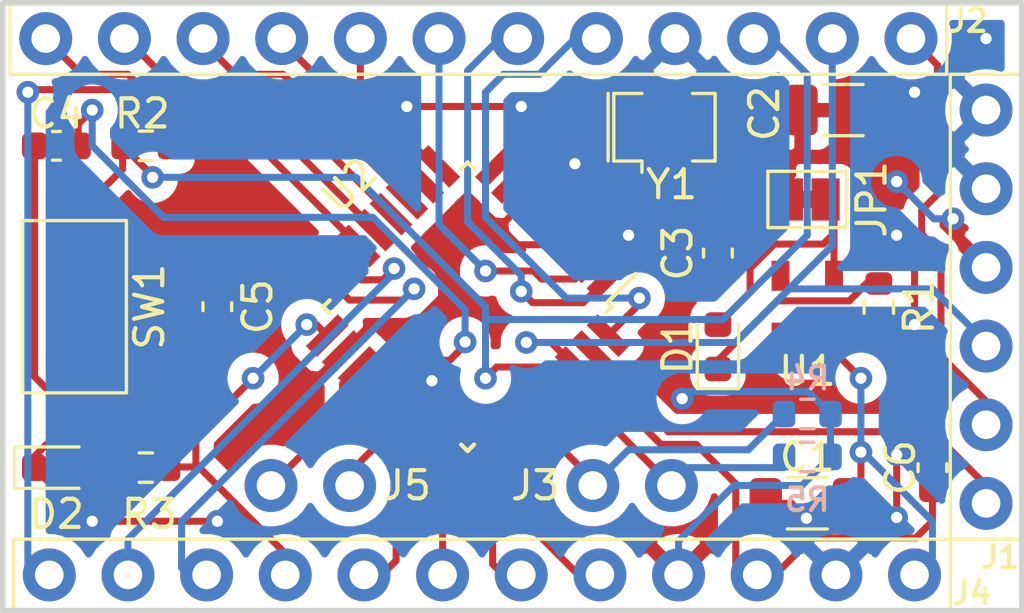
<source format=kicad_pcb>
(kicad_pcb (version 20171130) (host pcbnew 5.1.10-88a1d61d58~90~ubuntu20.04.1)

  (general
    (thickness 1.6)
    (drawings 4)
    (tracks 304)
    (zones 0)
    (modules 23)
    (nets 35)
  )

  (page A4)
  (layers
    (0 F.Cu signal hide)
    (31 B.Cu signal hide)
    (32 B.Adhes user)
    (33 F.Adhes user)
    (34 B.Paste user)
    (35 F.Paste user)
    (36 B.SilkS user)
    (37 F.SilkS user hide)
    (38 B.Mask user)
    (39 F.Mask user)
    (40 Dwgs.User user)
    (41 Cmts.User user)
    (42 Eco1.User user)
    (43 Eco2.User user)
    (44 Edge.Cuts user)
    (45 Margin user)
    (46 B.CrtYd user)
    (47 F.CrtYd user hide)
    (48 B.Fab user)
    (49 F.Fab user hide)
  )

  (setup
    (last_trace_width 0.25)
    (trace_clearance 0.2)
    (zone_clearance 0.508)
    (zone_45_only no)
    (trace_min 0.2)
    (via_size 0.8)
    (via_drill 0.4)
    (via_min_size 0.4)
    (via_min_drill 0.3)
    (uvia_size 0.3)
    (uvia_drill 0.1)
    (uvias_allowed no)
    (uvia_min_size 0.2)
    (uvia_min_drill 0.1)
    (edge_width 0.05)
    (segment_width 0.2)
    (pcb_text_width 0.3)
    (pcb_text_size 1.5 1.5)
    (mod_edge_width 0.12)
    (mod_text_size 1 1)
    (mod_text_width 0.15)
    (pad_size 1.524 1.524)
    (pad_drill 0.762)
    (pad_to_mask_clearance 0)
    (aux_axis_origin 0 0)
    (visible_elements FFFFFF7F)
    (pcbplotparams
      (layerselection 0x010fc_ffffffff)
      (usegerberextensions false)
      (usegerberattributes true)
      (usegerberadvancedattributes true)
      (creategerberjobfile true)
      (excludeedgelayer true)
      (linewidth 0.100000)
      (plotframeref false)
      (viasonmask false)
      (mode 1)
      (useauxorigin false)
      (hpglpennumber 1)
      (hpglpenspeed 20)
      (hpglpendiameter 15.000000)
      (psnegative false)
      (psa4output false)
      (plotreference true)
      (plotvalue true)
      (plotinvisibletext false)
      (padsonsilk false)
      (subtractmaskfromsilk false)
      (outputformat 1)
      (mirror false)
      (drillshape 0)
      (scaleselection 1)
      (outputdirectory "./"))
  )

  (net 0 "")
  (net 1 GND)
  (net 2 RAW)
  (net 3 VCC)
  (net 4 DTR)
  (net 5 "Net-(D1-Pad1)")
  (net 6 "Net-(D1-Pad2)")
  (net 7 "Net-(D2-Pad2)")
  (net 8 RXI)
  (net 9 TXO)
  (net 10 D9)
  (net 11 D8)
  (net 12 D7)
  (net 13 D6)
  (net 14 D5)
  (net 15 D4)
  (net 16 D3)
  (net 17 D2)
  (net 18 RESET)
  (net 19 A4)
  (net 20 A5)
  (net 21 D10)
  (net 22 MOSI)
  (net 23 MISO)
  (net 24 SCK)
  (net 25 A0)
  (net 26 A1)
  (net 27 A2)
  (net 28 A3)
  (net 29 A7)
  (net 30 A6)
  (net 31 "Net-(U1-Pad4)")
  (net 32 "Net-(U2-Pad7)")
  (net 33 "Net-(U2-Pad8)")
  (net 34 AREF)

  (net_class Default "This is the default net class."
    (clearance 0.2)
    (trace_width 0.25)
    (via_dia 0.8)
    (via_drill 0.4)
    (uvia_dia 0.3)
    (uvia_drill 0.1)
    (add_net A0)
    (add_net A1)
    (add_net A2)
    (add_net A3)
    (add_net A4)
    (add_net A5)
    (add_net A6)
    (add_net A7)
    (add_net AREF)
    (add_net D10)
    (add_net D2)
    (add_net D3)
    (add_net D4)
    (add_net D5)
    (add_net D6)
    (add_net D7)
    (add_net D8)
    (add_net D9)
    (add_net DTR)
    (add_net GND)
    (add_net MISO)
    (add_net MOSI)
    (add_net "Net-(D1-Pad1)")
    (add_net "Net-(D1-Pad2)")
    (add_net "Net-(D2-Pad2)")
    (add_net "Net-(U1-Pad4)")
    (add_net "Net-(U2-Pad7)")
    (add_net "Net-(U2-Pad8)")
    (add_net RAW)
    (add_net RESET)
    (add_net RXI)
    (add_net SCK)
    (add_net TXO)
    (add_net VCC)
  )

  (module Capacitor_SMD:C_1206_3216Metric (layer F.Cu) (tedit 5F68FEEE) (tstamp 61B13156)
    (at 153.67 84.455 180)
    (descr "Capacitor SMD 1206 (3216 Metric), square (rectangular) end terminal, IPC_7351 nominal, (Body size source: IPC-SM-782 page 76, https://www.pcb-3d.com/wordpress/wp-content/uploads/ipc-sm-782a_amendment_1_and_2.pdf), generated with kicad-footprint-generator")
    (tags capacitor)
    (path /6196670A)
    (attr smd)
    (fp_text reference C1 (at 0 1.651) (layer F.SilkS)
      (effects (font (size 1 1) (thickness 0.15)))
    )
    (fp_text value 10u (at 0 1.85) (layer F.Fab)
      (effects (font (size 1 1) (thickness 0.15)))
    )
    (fp_line (start 2.3 1.15) (end -2.3 1.15) (layer F.CrtYd) (width 0.05))
    (fp_line (start 2.3 -1.15) (end 2.3 1.15) (layer F.CrtYd) (width 0.05))
    (fp_line (start -2.3 -1.15) (end 2.3 -1.15) (layer F.CrtYd) (width 0.05))
    (fp_line (start -2.3 1.15) (end -2.3 -1.15) (layer F.CrtYd) (width 0.05))
    (fp_line (start -0.711252 0.91) (end 0.711252 0.91) (layer F.SilkS) (width 0.12))
    (fp_line (start -0.711252 -0.91) (end 0.711252 -0.91) (layer F.SilkS) (width 0.12))
    (fp_line (start 1.6 0.8) (end -1.6 0.8) (layer F.Fab) (width 0.1))
    (fp_line (start 1.6 -0.8) (end 1.6 0.8) (layer F.Fab) (width 0.1))
    (fp_line (start -1.6 -0.8) (end 1.6 -0.8) (layer F.Fab) (width 0.1))
    (fp_line (start -1.6 0.8) (end -1.6 -0.8) (layer F.Fab) (width 0.1))
    (fp_text user %R (at 0 0) (layer F.Fab)
      (effects (font (size 0.8 0.8) (thickness 0.12)))
    )
    (pad 2 smd roundrect (at 1.475 0 180) (size 1.15 1.8) (layers F.Cu F.Paste F.Mask) (roundrect_rratio 0.2173904347826087)
      (net 1 GND))
    (pad 1 smd roundrect (at -1.475 0 180) (size 1.15 1.8) (layers F.Cu F.Paste F.Mask) (roundrect_rratio 0.2173904347826087)
      (net 2 RAW))
    (model ${KISYS3DMOD}/Capacitor_SMD.3dshapes/C_1206_3216Metric.wrl
      (at (xyz 0 0 0))
      (scale (xyz 1 1 1))
      (rotate (xyz 0 0 0))
    )
  )

  (module Capacitor_SMD:C_1206_3216Metric (layer F.Cu) (tedit 5F68FEEE) (tstamp 61A94417)
    (at 154.94 70.485)
    (descr "Capacitor SMD 1206 (3216 Metric), square (rectangular) end terminal, IPC_7351 nominal, (Body size source: IPC-SM-782 page 76, https://www.pcb-3d.com/wordpress/wp-content/uploads/ipc-sm-782a_amendment_1_and_2.pdf), generated with kicad-footprint-generator")
    (tags capacitor)
    (path /619701C4)
    (attr smd)
    (fp_text reference C2 (at -2.794 0.127 90) (layer F.SilkS)
      (effects (font (size 1 1) (thickness 0.15)))
    )
    (fp_text value 10u (at 0 1.85) (layer F.Fab)
      (effects (font (size 1 1) (thickness 0.15)))
    )
    (fp_line (start 2.3 1.15) (end -2.3 1.15) (layer F.CrtYd) (width 0.05))
    (fp_line (start 2.3 -1.15) (end 2.3 1.15) (layer F.CrtYd) (width 0.05))
    (fp_line (start -2.3 -1.15) (end 2.3 -1.15) (layer F.CrtYd) (width 0.05))
    (fp_line (start -2.3 1.15) (end -2.3 -1.15) (layer F.CrtYd) (width 0.05))
    (fp_line (start -0.711252 0.91) (end 0.711252 0.91) (layer F.SilkS) (width 0.12))
    (fp_line (start -0.711252 -0.91) (end 0.711252 -0.91) (layer F.SilkS) (width 0.12))
    (fp_line (start 1.6 0.8) (end -1.6 0.8) (layer F.Fab) (width 0.1))
    (fp_line (start 1.6 -0.8) (end 1.6 0.8) (layer F.Fab) (width 0.1))
    (fp_line (start -1.6 -0.8) (end 1.6 -0.8) (layer F.Fab) (width 0.1))
    (fp_line (start -1.6 0.8) (end -1.6 -0.8) (layer F.Fab) (width 0.1))
    (fp_text user %R (at 0 0) (layer F.Fab)
      (effects (font (size 0.8 0.8) (thickness 0.12)))
    )
    (pad 2 smd roundrect (at 1.475 0) (size 1.15 1.8) (layers F.Cu F.Paste F.Mask) (roundrect_rratio 0.2173904347826087)
      (net 1 GND))
    (pad 1 smd roundrect (at -1.475 0) (size 1.15 1.8) (layers F.Cu F.Paste F.Mask) (roundrect_rratio 0.2173904347826087)
      (net 3 VCC))
    (model ${KISYS3DMOD}/Capacitor_SMD.3dshapes/C_1206_3216Metric.wrl
      (at (xyz 0 0 0))
      (scale (xyz 1 1 1))
      (rotate (xyz 0 0 0))
    )
  )

  (module Capacitor_SMD:C_0603_1608Metric (layer F.Cu) (tedit 5F68FEEE) (tstamp 61A94428)
    (at 150.495 75.565 90)
    (descr "Capacitor SMD 0603 (1608 Metric), square (rectangular) end terminal, IPC_7351 nominal, (Body size source: IPC-SM-782 page 76, https://www.pcb-3d.com/wordpress/wp-content/uploads/ipc-sm-782a_amendment_1_and_2.pdf), generated with kicad-footprint-generator")
    (tags capacitor)
    (path /61970703)
    (attr smd)
    (fp_text reference C3 (at 0 -1.43 90) (layer F.SilkS)
      (effects (font (size 1 1) (thickness 0.15)))
    )
    (fp_text value 0.1u (at 0 1.43 90) (layer F.Fab)
      (effects (font (size 1 1) (thickness 0.15)))
    )
    (fp_line (start 1.48 0.73) (end -1.48 0.73) (layer F.CrtYd) (width 0.05))
    (fp_line (start 1.48 -0.73) (end 1.48 0.73) (layer F.CrtYd) (width 0.05))
    (fp_line (start -1.48 -0.73) (end 1.48 -0.73) (layer F.CrtYd) (width 0.05))
    (fp_line (start -1.48 0.73) (end -1.48 -0.73) (layer F.CrtYd) (width 0.05))
    (fp_line (start -0.14058 0.51) (end 0.14058 0.51) (layer F.SilkS) (width 0.12))
    (fp_line (start -0.14058 -0.51) (end 0.14058 -0.51) (layer F.SilkS) (width 0.12))
    (fp_line (start 0.8 0.4) (end -0.8 0.4) (layer F.Fab) (width 0.1))
    (fp_line (start 0.8 -0.4) (end 0.8 0.4) (layer F.Fab) (width 0.1))
    (fp_line (start -0.8 -0.4) (end 0.8 -0.4) (layer F.Fab) (width 0.1))
    (fp_line (start -0.8 0.4) (end -0.8 -0.4) (layer F.Fab) (width 0.1))
    (fp_text user %R (at 0 0 90) (layer F.Fab)
      (effects (font (size 0.4 0.4) (thickness 0.06)))
    )
    (pad 2 smd roundrect (at 0.775 0 90) (size 0.9 0.95) (layers F.Cu F.Paste F.Mask) (roundrect_rratio 0.25)
      (net 1 GND))
    (pad 1 smd roundrect (at -0.775 0 90) (size 0.9 0.95) (layers F.Cu F.Paste F.Mask) (roundrect_rratio 0.25)
      (net 3 VCC))
    (model ${KISYS3DMOD}/Capacitor_SMD.3dshapes/C_0603_1608Metric.wrl
      (at (xyz 0 0 0))
      (scale (xyz 1 1 1))
      (rotate (xyz 0 0 0))
    )
  )

  (module Capacitor_SMD:C_0603_1608Metric (layer F.Cu) (tedit 5F68FEEE) (tstamp 61A94439)
    (at 127 71.755 180)
    (descr "Capacitor SMD 0603 (1608 Metric), square (rectangular) end terminal, IPC_7351 nominal, (Body size source: IPC-SM-782 page 76, https://www.pcb-3d.com/wordpress/wp-content/uploads/ipc-sm-782a_amendment_1_and_2.pdf), generated with kicad-footprint-generator")
    (tags capacitor)
    (path /619C6D06)
    (attr smd)
    (fp_text reference C4 (at 0 1.143) (layer F.SilkS)
      (effects (font (size 1 1) (thickness 0.15)))
    )
    (fp_text value 0.1u (at 0 1.43) (layer F.Fab)
      (effects (font (size 1 1) (thickness 0.15)))
    )
    (fp_line (start 1.48 0.73) (end -1.48 0.73) (layer F.CrtYd) (width 0.05))
    (fp_line (start 1.48 -0.73) (end 1.48 0.73) (layer F.CrtYd) (width 0.05))
    (fp_line (start -1.48 -0.73) (end 1.48 -0.73) (layer F.CrtYd) (width 0.05))
    (fp_line (start -1.48 0.73) (end -1.48 -0.73) (layer F.CrtYd) (width 0.05))
    (fp_line (start -0.14058 0.51) (end 0.14058 0.51) (layer F.SilkS) (width 0.12))
    (fp_line (start -0.14058 -0.51) (end 0.14058 -0.51) (layer F.SilkS) (width 0.12))
    (fp_line (start 0.8 0.4) (end -0.8 0.4) (layer F.Fab) (width 0.1))
    (fp_line (start 0.8 -0.4) (end 0.8 0.4) (layer F.Fab) (width 0.1))
    (fp_line (start -0.8 -0.4) (end 0.8 -0.4) (layer F.Fab) (width 0.1))
    (fp_line (start -0.8 0.4) (end -0.8 -0.4) (layer F.Fab) (width 0.1))
    (fp_text user %R (at 0 0) (layer F.Fab)
      (effects (font (size 0.4 0.4) (thickness 0.06)))
    )
    (pad 2 smd roundrect (at 0.775 0 180) (size 0.9 0.95) (layers F.Cu F.Paste F.Mask) (roundrect_rratio 0.25)
      (net 1 GND))
    (pad 1 smd roundrect (at -0.775 0 180) (size 0.9 0.95) (layers F.Cu F.Paste F.Mask) (roundrect_rratio 0.25)
      (net 34 AREF))
    (model ${KISYS3DMOD}/Capacitor_SMD.3dshapes/C_0603_1608Metric.wrl
      (at (xyz 0 0 0))
      (scale (xyz 1 1 1))
      (rotate (xyz 0 0 0))
    )
  )

  (module Capacitor_SMD:C_0603_1608Metric (layer F.Cu) (tedit 5F68FEEE) (tstamp 61A9444A)
    (at 132.715 77.47 270)
    (descr "Capacitor SMD 0603 (1608 Metric), square (rectangular) end terminal, IPC_7351 nominal, (Body size source: IPC-SM-782 page 76, https://www.pcb-3d.com/wordpress/wp-content/uploads/ipc-sm-782a_amendment_1_and_2.pdf), generated with kicad-footprint-generator")
    (tags capacitor)
    (path /619C3594)
    (attr smd)
    (fp_text reference C5 (at 0 -1.43 90) (layer F.SilkS)
      (effects (font (size 1 1) (thickness 0.15)))
    )
    (fp_text value 0.1u (at 0 1.43 90) (layer F.Fab)
      (effects (font (size 1 1) (thickness 0.15)))
    )
    (fp_line (start 1.48 0.73) (end -1.48 0.73) (layer F.CrtYd) (width 0.05))
    (fp_line (start 1.48 -0.73) (end 1.48 0.73) (layer F.CrtYd) (width 0.05))
    (fp_line (start -1.48 -0.73) (end 1.48 -0.73) (layer F.CrtYd) (width 0.05))
    (fp_line (start -1.48 0.73) (end -1.48 -0.73) (layer F.CrtYd) (width 0.05))
    (fp_line (start -0.14058 0.51) (end 0.14058 0.51) (layer F.SilkS) (width 0.12))
    (fp_line (start -0.14058 -0.51) (end 0.14058 -0.51) (layer F.SilkS) (width 0.12))
    (fp_line (start 0.8 0.4) (end -0.8 0.4) (layer F.Fab) (width 0.1))
    (fp_line (start 0.8 -0.4) (end 0.8 0.4) (layer F.Fab) (width 0.1))
    (fp_line (start -0.8 -0.4) (end 0.8 -0.4) (layer F.Fab) (width 0.1))
    (fp_line (start -0.8 0.4) (end -0.8 -0.4) (layer F.Fab) (width 0.1))
    (fp_text user %R (at 0 0 90) (layer F.Fab)
      (effects (font (size 0.4 0.4) (thickness 0.06)))
    )
    (pad 2 smd roundrect (at 0.775 0 270) (size 0.9 0.95) (layers F.Cu F.Paste F.Mask) (roundrect_rratio 0.25)
      (net 1 GND))
    (pad 1 smd roundrect (at -0.775 0 270) (size 0.9 0.95) (layers F.Cu F.Paste F.Mask) (roundrect_rratio 0.25)
      (net 3 VCC))
    (model ${KISYS3DMOD}/Capacitor_SMD.3dshapes/C_0603_1608Metric.wrl
      (at (xyz 0 0 0))
      (scale (xyz 1 1 1))
      (rotate (xyz 0 0 0))
    )
  )

  (module Capacitor_SMD:C_0603_1608Metric (layer F.Cu) (tedit 5F68FEEE) (tstamp 61A9445B)
    (at 158.115 83.185 270)
    (descr "Capacitor SMD 0603 (1608 Metric), square (rectangular) end terminal, IPC_7351 nominal, (Body size source: IPC-SM-782 page 76, https://www.pcb-3d.com/wordpress/wp-content/uploads/ipc-sm-782a_amendment_1_and_2.pdf), generated with kicad-footprint-generator")
    (tags capacitor)
    (path /619D5733)
    (attr smd)
    (fp_text reference C6 (at 0 1.143 90) (layer F.SilkS)
      (effects (font (size 1 1) (thickness 0.15)))
    )
    (fp_text value 0.1u (at 0 1.43 90) (layer F.Fab)
      (effects (font (size 1 1) (thickness 0.15)))
    )
    (fp_line (start -0.8 0.4) (end -0.8 -0.4) (layer F.Fab) (width 0.1))
    (fp_line (start -0.8 -0.4) (end 0.8 -0.4) (layer F.Fab) (width 0.1))
    (fp_line (start 0.8 -0.4) (end 0.8 0.4) (layer F.Fab) (width 0.1))
    (fp_line (start 0.8 0.4) (end -0.8 0.4) (layer F.Fab) (width 0.1))
    (fp_line (start -0.14058 -0.51) (end 0.14058 -0.51) (layer F.SilkS) (width 0.12))
    (fp_line (start -0.14058 0.51) (end 0.14058 0.51) (layer F.SilkS) (width 0.12))
    (fp_line (start -1.48 0.73) (end -1.48 -0.73) (layer F.CrtYd) (width 0.05))
    (fp_line (start -1.48 -0.73) (end 1.48 -0.73) (layer F.CrtYd) (width 0.05))
    (fp_line (start 1.48 -0.73) (end 1.48 0.73) (layer F.CrtYd) (width 0.05))
    (fp_line (start 1.48 0.73) (end -1.48 0.73) (layer F.CrtYd) (width 0.05))
    (fp_text user %R (at 0 0 90) (layer F.Fab)
      (effects (font (size 0.4 0.4) (thickness 0.06)))
    )
    (pad 1 smd roundrect (at -0.775 0 270) (size 0.9 0.95) (layers F.Cu F.Paste F.Mask) (roundrect_rratio 0.25)
      (net 4 DTR))
    (pad 2 smd roundrect (at 0.775 0 270) (size 0.9 0.95) (layers F.Cu F.Paste F.Mask) (roundrect_rratio 0.25)
      (net 18 RESET))
    (model ${KISYS3DMOD}/Capacitor_SMD.3dshapes/C_0603_1608Metric.wrl
      (at (xyz 0 0 0))
      (scale (xyz 1 1 1))
      (rotate (xyz 0 0 0))
    )
  )

  (module LED_SMD:LED_0603_1608Metric (layer F.Cu) (tedit 5F68FEF1) (tstamp 61B021B0)
    (at 150.495 78.8925 90)
    (descr "LED SMD 0603 (1608 Metric), square (rectangular) end terminal, IPC_7351 nominal, (Body size source: http://www.tortai-tech.com/upload/download/2011102023233369053.pdf), generated with kicad-footprint-generator")
    (tags LED)
    (path /6196DE97)
    (attr smd)
    (fp_text reference D1 (at 0 -1.43 90) (layer F.SilkS)
      (effects (font (size 1 1) (thickness 0.15)))
    )
    (fp_text value LED (at 0 1.43 90) (layer F.Fab)
      (effects (font (size 1 1) (thickness 0.15)))
    )
    (fp_line (start 1.48 0.73) (end -1.48 0.73) (layer F.CrtYd) (width 0.05))
    (fp_line (start 1.48 -0.73) (end 1.48 0.73) (layer F.CrtYd) (width 0.05))
    (fp_line (start -1.48 -0.73) (end 1.48 -0.73) (layer F.CrtYd) (width 0.05))
    (fp_line (start -1.48 0.73) (end -1.48 -0.73) (layer F.CrtYd) (width 0.05))
    (fp_line (start -1.485 0.735) (end 0.8 0.735) (layer F.SilkS) (width 0.12))
    (fp_line (start -1.485 -0.735) (end -1.485 0.735) (layer F.SilkS) (width 0.12))
    (fp_line (start 0.8 -0.735) (end -1.485 -0.735) (layer F.SilkS) (width 0.12))
    (fp_line (start 0.8 0.4) (end 0.8 -0.4) (layer F.Fab) (width 0.1))
    (fp_line (start -0.8 0.4) (end 0.8 0.4) (layer F.Fab) (width 0.1))
    (fp_line (start -0.8 -0.1) (end -0.8 0.4) (layer F.Fab) (width 0.1))
    (fp_line (start -0.5 -0.4) (end -0.8 -0.1) (layer F.Fab) (width 0.1))
    (fp_line (start 0.8 -0.4) (end -0.5 -0.4) (layer F.Fab) (width 0.1))
    (fp_text user %R (at 0 0 90) (layer F.Fab)
      (effects (font (size 0.4 0.4) (thickness 0.06)))
    )
    (pad 2 smd roundrect (at 0.7875 0 90) (size 0.875 0.95) (layers F.Cu F.Paste F.Mask) (roundrect_rratio 0.25)
      (net 6 "Net-(D1-Pad2)"))
    (pad 1 smd roundrect (at -0.7875 0 90) (size 0.875 0.95) (layers F.Cu F.Paste F.Mask) (roundrect_rratio 0.25)
      (net 5 "Net-(D1-Pad1)"))
    (model ${KISYS3DMOD}/LED_SMD.3dshapes/LED_0603_1608Metric.wrl
      (at (xyz 0 0 0))
      (scale (xyz 1 1 1))
      (rotate (xyz 0 0 0))
    )
  )

  (module projeto-final:Conn_6 (layer F.Cu) (tedit 61B027DB) (tstamp 61A94490)
    (at 160.02 67.945)
    (path /619798CE)
    (fp_text reference J1 (at 0.508 18.415 180) (layer F.SilkS)
      (effects (font (size 0.8 0.8) (thickness 0.15)))
    )
    (fp_text value Conn_01x06 (at -2.54 5.715 90) (layer F.Fab)
      (effects (font (size 1 1) (thickness 0.15)))
    )
    (fp_line (start -1.27 1.27) (end -1.27 17.78) (layer F.SilkS) (width 0.12))
    (fp_line (start -1.27 17.78) (end 1.27 17.78) (layer F.SilkS) (width 0.12))
    (fp_line (start 1.27 17.78) (end 1.27 1.27) (layer F.SilkS) (width 0.12))
    (fp_line (start 1.27 1.27) (end -1.27 1.27) (layer F.SilkS) (width 0.12))
    (pad 6 thru_hole circle (at 0 16.51) (size 1.8796 1.8796) (drill 1.016) (layers *.Cu *.Mask)
      (net 4 DTR))
    (pad 5 thru_hole circle (at 0 13.716) (size 1.8796 1.8796) (drill 1.016) (layers *.Cu *.Mask)
      (net 9 TXO))
    (pad 4 thru_hole circle (at 0 10.922) (size 1.8796 1.8796) (drill 1.016) (layers *.Cu *.Mask)
      (net 8 RXI))
    (pad 3 thru_hole circle (at 0 8.128) (size 1.8796 1.8796) (drill 1.016) (layers *.Cu *.Mask)
      (net 3 VCC))
    (pad 2 thru_hole circle (at 0 5.334) (size 1.8796 1.8796) (drill 1.016) (layers *.Cu *.Mask)
      (net 1 GND))
    (pad 1 thru_hole circle (at 0 2.54) (size 1.8796 1.8796) (drill 1.016) (layers *.Cu *.Mask)
      (net 1 GND))
  )

  (module projeto-final:Conn_12 (layer F.Cu) (tedit 61B02858) (tstamp 61A944A4)
    (at 124.079 67.945 90)
    (path /6197BEF4)
    (fp_text reference J2 (at 0.635 35.306 180) (layer F.SilkS)
      (effects (font (size 0.8 0.8) (thickness 0.15)))
    )
    (fp_text value Conn_01x12 (at 1.905 5.715 180) (layer F.Fab)
      (effects (font (size 1 1) (thickness 0.15)))
    )
    (fp_line (start -1.27 1.27) (end -1.27 34.544) (layer F.SilkS) (width 0.12))
    (fp_line (start -1.27 34.544) (end 1.27 34.544) (layer F.SilkS) (width 0.12))
    (fp_line (start 1.27 34.544) (end 1.27 1.27) (layer F.SilkS) (width 0.12))
    (fp_line (start 1.27 1.27) (end -1.27 1.27) (layer F.SilkS) (width 0.12))
    (pad 12 thru_hole circle (at 0 33.274 90) (size 1.8796 1.8796) (drill 1.016) (layers *.Cu *.Mask)
      (net 9 TXO))
    (pad 11 thru_hole circle (at 0 30.48 90) (size 1.8796 1.8796) (drill 1.016) (layers *.Cu *.Mask)
      (net 8 RXI))
    (pad 10 thru_hole circle (at 0 27.686 90) (size 1.8796 1.8796) (drill 1.016) (layers *.Cu *.Mask)
      (net 18 RESET))
    (pad 9 thru_hole circle (at 0 24.892 90) (size 1.8796 1.8796) (drill 1.016) (layers *.Cu *.Mask)
      (net 1 GND))
    (pad 8 thru_hole circle (at 0 22.098 90) (size 1.8796 1.8796) (drill 1.016) (layers *.Cu *.Mask)
      (net 17 D2))
    (pad 7 thru_hole circle (at 0 19.304 90) (size 1.8796 1.8796) (drill 1.016) (layers *.Cu *.Mask)
      (net 16 D3))
    (pad 6 thru_hole circle (at 0 16.51 90) (size 1.8796 1.8796) (drill 1.016) (layers *.Cu *.Mask)
      (net 15 D4))
    (pad 5 thru_hole circle (at 0 13.716 90) (size 1.8796 1.8796) (drill 1.016) (layers *.Cu *.Mask)
      (net 14 D5))
    (pad 4 thru_hole circle (at 0 10.922 90) (size 1.8796 1.8796) (drill 1.016) (layers *.Cu *.Mask)
      (net 13 D6))
    (pad 3 thru_hole circle (at 0 8.128 90) (size 1.8796 1.8796) (drill 1.016) (layers *.Cu *.Mask)
      (net 12 D7))
    (pad 2 thru_hole circle (at 0 5.334 90) (size 1.8796 1.8796) (drill 1.016) (layers *.Cu *.Mask)
      (net 11 D8))
    (pad 1 thru_hole circle (at 0 2.54 90) (size 1.8796 1.8796) (drill 1.016) (layers *.Cu *.Mask)
      (net 10 D9))
  )

  (module projeto-final:Conn_2 (layer F.Cu) (tedit 61B02790) (tstamp 61A944AA)
    (at 143.51 83.82 90)
    (path /6198074E)
    (fp_text reference J3 (at 0 0.5 180) (layer F.SilkS)
      (effects (font (size 1 1) (thickness 0.15)))
    )
    (fp_text value Conn_01x02 (at -1.905 3.175 180) (layer F.Fab)
      (effects (font (size 1 1) (thickness 0.15)))
    )
    (pad 2 thru_hole circle (at 0 5.334 90) (size 1.8796 1.8796) (drill 1.016) (layers *.Cu *.Mask)
      (net 20 A5))
    (pad 1 thru_hole circle (at 0 2.54 90) (size 1.8796 1.8796) (drill 1.016) (layers *.Cu *.Mask)
      (net 19 A4))
  )

  (module projeto-final:Conn_12 (layer F.Cu) (tedit 61B02858) (tstamp 61A944BE)
    (at 160.02 86.995 270)
    (path /6197D220)
    (fp_text reference J4 (at 0.635 0.508 180) (layer F.SilkS)
      (effects (font (size 0.8 0.8) (thickness 0.15)))
    )
    (fp_text value Conn_01x12 (at 2.54 5.08 180) (layer F.Fab)
      (effects (font (size 1 1) (thickness 0.15)))
    )
    (fp_line (start -1.27 1.27) (end -1.27 34.544) (layer F.SilkS) (width 0.12))
    (fp_line (start -1.27 34.544) (end 1.27 34.544) (layer F.SilkS) (width 0.12))
    (fp_line (start 1.27 34.544) (end 1.27 1.27) (layer F.SilkS) (width 0.12))
    (fp_line (start 1.27 1.27) (end -1.27 1.27) (layer F.SilkS) (width 0.12))
    (pad 12 thru_hole circle (at 0 33.274 270) (size 1.8796 1.8796) (drill 1.016) (layers *.Cu *.Mask)
      (net 21 D10))
    (pad 11 thru_hole circle (at 0 30.48 270) (size 1.8796 1.8796) (drill 1.016) (layers *.Cu *.Mask)
      (net 22 MOSI))
    (pad 10 thru_hole circle (at 0 27.686 270) (size 1.8796 1.8796) (drill 1.016) (layers *.Cu *.Mask)
      (net 23 MISO))
    (pad 9 thru_hole circle (at 0 24.892 270) (size 1.8796 1.8796) (drill 1.016) (layers *.Cu *.Mask)
      (net 24 SCK))
    (pad 8 thru_hole circle (at 0 22.098 270) (size 1.8796 1.8796) (drill 1.016) (layers *.Cu *.Mask)
      (net 25 A0))
    (pad 7 thru_hole circle (at 0 19.304 270) (size 1.8796 1.8796) (drill 1.016) (layers *.Cu *.Mask)
      (net 26 A1))
    (pad 6 thru_hole circle (at 0 16.51 270) (size 1.8796 1.8796) (drill 1.016) (layers *.Cu *.Mask)
      (net 27 A2))
    (pad 5 thru_hole circle (at 0 13.716 270) (size 1.8796 1.8796) (drill 1.016) (layers *.Cu *.Mask)
      (net 28 A3))
    (pad 4 thru_hole circle (at 0 10.922 270) (size 1.8796 1.8796) (drill 1.016) (layers *.Cu *.Mask)
      (net 3 VCC))
    (pad 3 thru_hole circle (at 0 8.128 270) (size 1.8796 1.8796) (drill 1.016) (layers *.Cu *.Mask)
      (net 18 RESET))
    (pad 2 thru_hole circle (at 0 5.334 270) (size 1.8796 1.8796) (drill 1.016) (layers *.Cu *.Mask)
      (net 1 GND))
    (pad 1 thru_hole circle (at 0 2.54 270) (size 1.8796 1.8796) (drill 1.016) (layers *.Cu *.Mask)
      (net 2 RAW))
  )

  (module projeto-final:Conn_2 (layer F.Cu) (tedit 61B02790) (tstamp 61A944C4)
    (at 132.08 83.82 90)
    (path /61980B15)
    (fp_text reference J5 (at 0 7.366 180) (layer F.SilkS)
      (effects (font (size 1 1) (thickness 0.15)))
    )
    (fp_text value Conn_01x02 (at -1.905 3.81 180) (layer F.Fab)
      (effects (font (size 1 1) (thickness 0.15)))
    )
    (pad 2 thru_hole circle (at 0 5.334 90) (size 1.8796 1.8796) (drill 1.016) (layers *.Cu *.Mask)
      (net 29 A7))
    (pad 1 thru_hole circle (at 0 2.54 90) (size 1.8796 1.8796) (drill 1.016) (layers *.Cu *.Mask)
      (net 30 A6))
  )

  (module Resistor_SMD:R_0603_1608Metric (layer F.Cu) (tedit 5F68FEEE) (tstamp 61B11892)
    (at 130.175 83.185)
    (descr "Resistor SMD 0603 (1608 Metric), square (rectangular) end terminal, IPC_7351 nominal, (Body size source: IPC-SM-782 page 72, https://www.pcb-3d.com/wordpress/wp-content/uploads/ipc-sm-782a_amendment_1_and_2.pdf), generated with kicad-footprint-generator")
    (tags resistor)
    (path /619DDE9F)
    (attr smd)
    (fp_text reference R3 (at 0.127 1.651 180) (layer F.SilkS)
      (effects (font (size 1 1) (thickness 0.15)))
    )
    (fp_text value 330 (at 0 1.43) (layer F.Fab)
      (effects (font (size 1 1) (thickness 0.15)))
    )
    (fp_line (start 1.48 0.73) (end -1.48 0.73) (layer F.CrtYd) (width 0.05))
    (fp_line (start 1.48 -0.73) (end 1.48 0.73) (layer F.CrtYd) (width 0.05))
    (fp_line (start -1.48 -0.73) (end 1.48 -0.73) (layer F.CrtYd) (width 0.05))
    (fp_line (start -1.48 0.73) (end -1.48 -0.73) (layer F.CrtYd) (width 0.05))
    (fp_line (start -0.237258 0.5225) (end 0.237258 0.5225) (layer F.SilkS) (width 0.12))
    (fp_line (start -0.237258 -0.5225) (end 0.237258 -0.5225) (layer F.SilkS) (width 0.12))
    (fp_line (start 0.8 0.4125) (end -0.8 0.4125) (layer F.Fab) (width 0.1))
    (fp_line (start 0.8 -0.4125) (end 0.8 0.4125) (layer F.Fab) (width 0.1))
    (fp_line (start -0.8 -0.4125) (end 0.8 -0.4125) (layer F.Fab) (width 0.1))
    (fp_line (start -0.8 0.4125) (end -0.8 -0.4125) (layer F.Fab) (width 0.1))
    (fp_text user %R (at 0 0) (layer F.Fab)
      (effects (font (size 0.4 0.4) (thickness 0.06)))
    )
    (pad 2 smd roundrect (at 0.825 0) (size 0.8 0.95) (layers F.Cu F.Paste F.Mask) (roundrect_rratio 0.25)
      (net 24 SCK))
    (pad 1 smd roundrect (at -0.825 0) (size 0.8 0.95) (layers F.Cu F.Paste F.Mask) (roundrect_rratio 0.25)
      (net 7 "Net-(D2-Pad2)"))
    (model ${KISYS3DMOD}/Resistor_SMD.3dshapes/R_0603_1608Metric.wrl
      (at (xyz 0 0 0))
      (scale (xyz 1 1 1))
      (rotate (xyz 0 0 0))
    )
  )

  (module Resistor_SMD:R_0603_1608Metric (layer B.Cu) (tedit 5F68FEEE) (tstamp 61A94518)
    (at 153.67 81.28 180)
    (descr "Resistor SMD 0603 (1608 Metric), square (rectangular) end terminal, IPC_7351 nominal, (Body size source: IPC-SM-782 page 72, https://www.pcb-3d.com/wordpress/wp-content/uploads/ipc-sm-782a_amendment_1_and_2.pdf), generated with kicad-footprint-generator")
    (tags resistor)
    (path /619DE55C)
    (attr smd)
    (fp_text reference R4 (at 0 1.27) (layer B.SilkS)
      (effects (font (size 0.8 0.8) (thickness 0.15)) (justify mirror))
    )
    (fp_text value R (at 0 -1.43) (layer B.Fab)
      (effects (font (size 1 1) (thickness 0.15)) (justify mirror))
    )
    (fp_line (start 1.48 -0.73) (end -1.48 -0.73) (layer B.CrtYd) (width 0.05))
    (fp_line (start 1.48 0.73) (end 1.48 -0.73) (layer B.CrtYd) (width 0.05))
    (fp_line (start -1.48 0.73) (end 1.48 0.73) (layer B.CrtYd) (width 0.05))
    (fp_line (start -1.48 -0.73) (end -1.48 0.73) (layer B.CrtYd) (width 0.05))
    (fp_line (start -0.237258 -0.5225) (end 0.237258 -0.5225) (layer B.SilkS) (width 0.12))
    (fp_line (start -0.237258 0.5225) (end 0.237258 0.5225) (layer B.SilkS) (width 0.12))
    (fp_line (start 0.8 -0.4125) (end -0.8 -0.4125) (layer B.Fab) (width 0.1))
    (fp_line (start 0.8 0.4125) (end 0.8 -0.4125) (layer B.Fab) (width 0.1))
    (fp_line (start -0.8 0.4125) (end 0.8 0.4125) (layer B.Fab) (width 0.1))
    (fp_line (start -0.8 -0.4125) (end -0.8 0.4125) (layer B.Fab) (width 0.1))
    (fp_text user %R (at 0 0) (layer B.Fab)
      (effects (font (size 0.4 0.4) (thickness 0.06)) (justify mirror))
    )
    (pad 2 smd roundrect (at 0.825 0 180) (size 0.8 0.95) (layers B.Cu B.Paste B.Mask) (roundrect_rratio 0.25)
      (net 19 A4))
    (pad 1 smd roundrect (at -0.825 0 180) (size 0.8 0.95) (layers B.Cu B.Paste B.Mask) (roundrect_rratio 0.25)
      (net 3 VCC))
    (model ${KISYS3DMOD}/Resistor_SMD.3dshapes/R_0603_1608Metric.wrl
      (at (xyz 0 0 0))
      (scale (xyz 1 1 1))
      (rotate (xyz 0 0 0))
    )
  )

  (module Resistor_SMD:R_0603_1608Metric (layer B.Cu) (tedit 5F68FEEE) (tstamp 61A94529)
    (at 153.67 82.804 180)
    (descr "Resistor SMD 0603 (1608 Metric), square (rectangular) end terminal, IPC_7351 nominal, (Body size source: IPC-SM-782 page 72, https://www.pcb-3d.com/wordpress/wp-content/uploads/ipc-sm-782a_amendment_1_and_2.pdf), generated with kicad-footprint-generator")
    (tags resistor)
    (path /619DE937)
    (attr smd)
    (fp_text reference R5 (at 0 -1.524 180) (layer B.SilkS)
      (effects (font (size 0.8 0.8) (thickness 0.15)) (justify mirror))
    )
    (fp_text value R (at 0 -1.43) (layer B.Fab)
      (effects (font (size 1 1) (thickness 0.15)) (justify mirror))
    )
    (fp_line (start 1.48 -0.73) (end -1.48 -0.73) (layer B.CrtYd) (width 0.05))
    (fp_line (start 1.48 0.73) (end 1.48 -0.73) (layer B.CrtYd) (width 0.05))
    (fp_line (start -1.48 0.73) (end 1.48 0.73) (layer B.CrtYd) (width 0.05))
    (fp_line (start -1.48 -0.73) (end -1.48 0.73) (layer B.CrtYd) (width 0.05))
    (fp_line (start -0.237258 -0.5225) (end 0.237258 -0.5225) (layer B.SilkS) (width 0.12))
    (fp_line (start -0.237258 0.5225) (end 0.237258 0.5225) (layer B.SilkS) (width 0.12))
    (fp_line (start 0.8 -0.4125) (end -0.8 -0.4125) (layer B.Fab) (width 0.1))
    (fp_line (start 0.8 0.4125) (end 0.8 -0.4125) (layer B.Fab) (width 0.1))
    (fp_line (start -0.8 0.4125) (end 0.8 0.4125) (layer B.Fab) (width 0.1))
    (fp_line (start -0.8 -0.4125) (end -0.8 0.4125) (layer B.Fab) (width 0.1))
    (fp_text user %R (at 0 0) (layer B.Fab)
      (effects (font (size 0.4 0.4) (thickness 0.06)) (justify mirror))
    )
    (pad 2 smd roundrect (at 0.825 0 180) (size 0.8 0.95) (layers B.Cu B.Paste B.Mask) (roundrect_rratio 0.25)
      (net 20 A5))
    (pad 1 smd roundrect (at -0.825 0 180) (size 0.8 0.95) (layers B.Cu B.Paste B.Mask) (roundrect_rratio 0.25)
      (net 3 VCC))
    (model ${KISYS3DMOD}/Resistor_SMD.3dshapes/R_0603_1608Metric.wrl
      (at (xyz 0 0 0))
      (scale (xyz 1 1 1))
      (rotate (xyz 0 0 0))
    )
  )

  (module Button_Switch_SMD:SW_SPST_CK_RS282G05A3 (layer F.Cu) (tedit 5A7A67D2) (tstamp 61A94544)
    (at 127.635 77.47 90)
    (descr https://www.mouser.com/ds/2/60/RS-282G05A-SM_RT-1159762.pdf)
    (tags "SPST button tactile switch")
    (path /619FCEA4)
    (attr smd)
    (fp_text reference SW1 (at 0 2.667 90) (layer F.SilkS)
      (effects (font (size 1 1) (thickness 0.15)))
    )
    (fp_text value Reset (at 0 3 90) (layer F.Fab)
      (effects (font (size 1 1) (thickness 0.15)))
    )
    (fp_line (start 3 -1.8) (end 3 1.8) (layer F.Fab) (width 0.1))
    (fp_line (start -3 -1.8) (end -3 1.8) (layer F.Fab) (width 0.1))
    (fp_line (start -3 -1.8) (end 3 -1.8) (layer F.Fab) (width 0.1))
    (fp_line (start -3 1.8) (end 3 1.8) (layer F.Fab) (width 0.1))
    (fp_line (start -1.5 -0.8) (end -1.5 0.8) (layer F.Fab) (width 0.1))
    (fp_line (start 1.5 -0.8) (end 1.5 0.8) (layer F.Fab) (width 0.1))
    (fp_line (start -1.5 -0.8) (end 1.5 -0.8) (layer F.Fab) (width 0.1))
    (fp_line (start -1.5 0.8) (end 1.5 0.8) (layer F.Fab) (width 0.1))
    (fp_line (start -3.06 1.85) (end -3.06 -1.85) (layer F.SilkS) (width 0.12))
    (fp_line (start 3.06 1.85) (end -3.06 1.85) (layer F.SilkS) (width 0.12))
    (fp_line (start 3.06 -1.85) (end 3.06 1.85) (layer F.SilkS) (width 0.12))
    (fp_line (start -3.06 -1.85) (end 3.06 -1.85) (layer F.SilkS) (width 0.12))
    (fp_line (start -1.75 1) (end -1.75 -1) (layer F.Fab) (width 0.1))
    (fp_line (start 1.75 1) (end -1.75 1) (layer F.Fab) (width 0.1))
    (fp_line (start 1.75 -1) (end 1.75 1) (layer F.Fab) (width 0.1))
    (fp_line (start -1.75 -1) (end 1.75 -1) (layer F.Fab) (width 0.1))
    (fp_line (start -4.9 -2.05) (end 4.9 -2.05) (layer F.CrtYd) (width 0.05))
    (fp_line (start 4.9 -2.05) (end 4.9 2.05) (layer F.CrtYd) (width 0.05))
    (fp_line (start 4.9 2.05) (end -4.9 2.05) (layer F.CrtYd) (width 0.05))
    (fp_line (start -4.9 2.05) (end -4.9 -2.05) (layer F.CrtYd) (width 0.05))
    (fp_text user %R (at 0 -2.6 90) (layer F.Fab)
      (effects (font (size 1 1) (thickness 0.15)))
    )
    (pad 2 smd rect (at 3.9 0 90) (size 1.5 1.5) (layers F.Cu F.Paste F.Mask)
      (net 18 RESET))
    (pad 1 smd rect (at -3.9 0 90) (size 1.5 1.5) (layers F.Cu F.Paste F.Mask)
      (net 1 GND))
    (model ${KISYS3DMOD}/Button_Switch_SMD.3dshapes/SW_SPST_CK_RS282G05A3.wrl
      (at (xyz 0 0 0))
      (scale (xyz 1 1 1))
      (rotate (xyz 0 0 0))
    )
  )

  (module Package_QFP:TQFP-32_7x7mm_P0.8mm (layer F.Cu) (tedit 5A02F146) (tstamp 61A9458C)
    (at 141.605 77.47 225)
    (descr "32-Lead Plastic Thin Quad Flatpack (PT) - 7x7x1.0 mm Body, 2.00 mm [TQFP] (see Microchip Packaging Specification 00000049BS.pdf)")
    (tags "QFP 0.8")
    (path /6198D598)
    (attr smd)
    (fp_text reference U2 (at -0.089803 6.016772 45) (layer F.SilkS)
      (effects (font (size 1 1) (thickness 0.15)))
    )
    (fp_text value ATmega328P-AU (at 0 6.05 45) (layer F.Fab)
      (effects (font (size 1 1) (thickness 0.15)))
    )
    (fp_line (start -3.625 -3.4) (end -5.05 -3.4) (layer F.SilkS) (width 0.15))
    (fp_line (start 3.625 -3.625) (end 3.3 -3.625) (layer F.SilkS) (width 0.15))
    (fp_line (start 3.625 3.625) (end 3.3 3.625) (layer F.SilkS) (width 0.15))
    (fp_line (start -3.625 3.625) (end -3.3 3.625) (layer F.SilkS) (width 0.15))
    (fp_line (start -3.625 -3.625) (end -3.3 -3.625) (layer F.SilkS) (width 0.15))
    (fp_line (start -3.625 3.625) (end -3.625 3.3) (layer F.SilkS) (width 0.15))
    (fp_line (start 3.625 3.625) (end 3.625 3.3) (layer F.SilkS) (width 0.15))
    (fp_line (start 3.625 -3.625) (end 3.625 -3.3) (layer F.SilkS) (width 0.15))
    (fp_line (start -3.625 -3.625) (end -3.625 -3.4) (layer F.SilkS) (width 0.15))
    (fp_line (start -5.3 5.3) (end 5.3 5.3) (layer F.CrtYd) (width 0.05))
    (fp_line (start -5.3 -5.3) (end 5.3 -5.3) (layer F.CrtYd) (width 0.05))
    (fp_line (start 5.3 -5.3) (end 5.3 5.3) (layer F.CrtYd) (width 0.05))
    (fp_line (start -5.3 -5.3) (end -5.3 5.3) (layer F.CrtYd) (width 0.05))
    (fp_line (start -3.5 -2.5) (end -2.5 -3.5) (layer F.Fab) (width 0.15))
    (fp_line (start -3.5 3.5) (end -3.5 -2.5) (layer F.Fab) (width 0.15))
    (fp_line (start 3.5 3.5) (end -3.5 3.5) (layer F.Fab) (width 0.15))
    (fp_line (start 3.5 -3.5) (end 3.5 3.5) (layer F.Fab) (width 0.15))
    (fp_line (start -2.5 -3.5) (end 3.5 -3.5) (layer F.Fab) (width 0.15))
    (fp_text user %R (at 0 0 45) (layer F.Fab)
      (effects (font (size 1 1) (thickness 0.15)))
    )
    (pad 32 smd rect (at -2.8 -4.25 315) (size 1.6 0.55) (layers F.Cu F.Paste F.Mask)
      (net 17 D2))
    (pad 31 smd rect (at -2 -4.25 315) (size 1.6 0.55) (layers F.Cu F.Paste F.Mask)
      (net 9 TXO))
    (pad 30 smd rect (at -1.2 -4.25 315) (size 1.6 0.55) (layers F.Cu F.Paste F.Mask)
      (net 8 RXI))
    (pad 29 smd rect (at -0.4 -4.25 315) (size 1.6 0.55) (layers F.Cu F.Paste F.Mask)
      (net 18 RESET))
    (pad 28 smd rect (at 0.4 -4.25 315) (size 1.6 0.55) (layers F.Cu F.Paste F.Mask)
      (net 20 A5))
    (pad 27 smd rect (at 1.2 -4.25 315) (size 1.6 0.55) (layers F.Cu F.Paste F.Mask)
      (net 19 A4))
    (pad 26 smd rect (at 2 -4.25 315) (size 1.6 0.55) (layers F.Cu F.Paste F.Mask)
      (net 28 A3))
    (pad 25 smd rect (at 2.8 -4.25 315) (size 1.6 0.55) (layers F.Cu F.Paste F.Mask)
      (net 27 A2))
    (pad 24 smd rect (at 4.25 -2.8 225) (size 1.6 0.55) (layers F.Cu F.Paste F.Mask)
      (net 26 A1))
    (pad 23 smd rect (at 4.25 -2 225) (size 1.6 0.55) (layers F.Cu F.Paste F.Mask)
      (net 25 A0))
    (pad 22 smd rect (at 4.25 -1.2 225) (size 1.6 0.55) (layers F.Cu F.Paste F.Mask)
      (net 29 A7))
    (pad 21 smd rect (at 4.25 -0.4 225) (size 1.6 0.55) (layers F.Cu F.Paste F.Mask)
      (net 1 GND))
    (pad 20 smd rect (at 4.25 0.4 225) (size 1.6 0.55) (layers F.Cu F.Paste F.Mask)
      (net 34 AREF))
    (pad 19 smd rect (at 4.25 1.2 225) (size 1.6 0.55) (layers F.Cu F.Paste F.Mask)
      (net 30 A6))
    (pad 18 smd rect (at 4.25 2 225) (size 1.6 0.55) (layers F.Cu F.Paste F.Mask)
      (net 3 VCC))
    (pad 17 smd rect (at 4.25 2.8 225) (size 1.6 0.55) (layers F.Cu F.Paste F.Mask)
      (net 24 SCK))
    (pad 16 smd rect (at 2.8 4.25 315) (size 1.6 0.55) (layers F.Cu F.Paste F.Mask)
      (net 23 MISO))
    (pad 15 smd rect (at 2 4.25 315) (size 1.6 0.55) (layers F.Cu F.Paste F.Mask)
      (net 22 MOSI))
    (pad 14 smd rect (at 1.2 4.25 315) (size 1.6 0.55) (layers F.Cu F.Paste F.Mask)
      (net 21 D10))
    (pad 13 smd rect (at 0.4 4.25 315) (size 1.6 0.55) (layers F.Cu F.Paste F.Mask)
      (net 10 D9))
    (pad 12 smd rect (at -0.4 4.25 315) (size 1.6 0.55) (layers F.Cu F.Paste F.Mask)
      (net 11 D8))
    (pad 11 smd rect (at -1.2 4.25 315) (size 1.6 0.55) (layers F.Cu F.Paste F.Mask)
      (net 12 D7))
    (pad 10 smd rect (at -2 4.25 315) (size 1.6 0.55) (layers F.Cu F.Paste F.Mask)
      (net 13 D6))
    (pad 9 smd rect (at -2.8 4.25 315) (size 1.6 0.55) (layers F.Cu F.Paste F.Mask)
      (net 14 D5))
    (pad 8 smd rect (at -4.25 2.8 225) (size 1.6 0.55) (layers F.Cu F.Paste F.Mask)
      (net 33 "Net-(U2-Pad8)"))
    (pad 7 smd rect (at -4.25 2 225) (size 1.6 0.55) (layers F.Cu F.Paste F.Mask)
      (net 32 "Net-(U2-Pad7)"))
    (pad 6 smd rect (at -4.25 1.2 225) (size 1.6 0.55) (layers F.Cu F.Paste F.Mask)
      (net 3 VCC))
    (pad 5 smd rect (at -4.25 0.4 225) (size 1.6 0.55) (layers F.Cu F.Paste F.Mask)
      (net 1 GND))
    (pad 4 smd rect (at -4.25 -0.4 225) (size 1.6 0.55) (layers F.Cu F.Paste F.Mask)
      (net 3 VCC))
    (pad 3 smd rect (at -4.25 -1.2 225) (size 1.6 0.55) (layers F.Cu F.Paste F.Mask)
      (net 1 GND))
    (pad 2 smd rect (at -4.25 -2 225) (size 1.6 0.55) (layers F.Cu F.Paste F.Mask)
      (net 15 D4))
    (pad 1 smd rect (at -4.25 -2.8 225) (size 1.6 0.55) (layers F.Cu F.Paste F.Mask)
      (net 16 D3))
    (model ${KISYS3DMOD}/Package_QFP.3dshapes/TQFP-32_7x7mm_P0.8mm.wrl
      (at (xyz 0 0 0))
      (scale (xyz 1 1 1))
      (rotate (xyz 0 0 0))
    )
  )

  (module Crystal:Resonator_SMD_muRata_CSTxExxV-3Pin_3.0x1.1mm (layer F.Cu) (tedit 5AD358ED) (tstamp 61A945A8)
    (at 148.5962 71.0946)
    (descr "SMD Resomator/Filter Murata CSTCE, https://www.murata.com/en-eu/products/productdata/8801162264606/SPEC-CSTNE16M0VH3C000R0.pdf")
    (tags "SMD SMT ceramic resonator filter")
    (path /619BFC25)
    (attr smd)
    (fp_text reference Y1 (at 0.254 2.032) (layer F.SilkS)
      (effects (font (size 1 1) (thickness 0.15)))
    )
    (fp_text value Resonator_Small (at 0 1.8) (layer F.Fab)
      (effects (font (size 0.2 0.2) (thickness 0.03)))
    )
    (fp_line (start -1.75 1.2) (end -1.75 -1.2) (layer F.CrtYd) (width 0.05))
    (fp_line (start 1.75 -1.2) (end 1.75 1.2) (layer F.CrtYd) (width 0.05))
    (fp_line (start -1.75 -1.2) (end 1.75 -1.2) (layer F.CrtYd) (width 0.05))
    (fp_line (start 1.75 1.2) (end -1.75 1.2) (layer F.CrtYd) (width 0.05))
    (fp_line (start -1.5 0.3) (end -1.5 -0.8) (layer F.Fab) (width 0.1))
    (fp_line (start -1 0.8) (end 1.5 0.8) (layer F.Fab) (width 0.1))
    (fp_line (start -1 0.8) (end -1.5 0.3) (layer F.Fab) (width 0.1))
    (fp_line (start 1.5 -0.8) (end -1.5 -0.8) (layer F.Fab) (width 0.1))
    (fp_line (start 1.5 0.8) (end 1.5 -0.8) (layer F.Fab) (width 0.1))
    (fp_line (start -2 0.8) (end -2 1.2) (layer F.SilkS) (width 0.12))
    (fp_line (start -1.8 0.8) (end -1.8 1.2) (layer F.SilkS) (width 0.12))
    (fp_line (start 1.8 0.8) (end 1.8 1.2) (layer F.SilkS) (width 0.12))
    (fp_line (start -2 -1.2) (end -2 0.8) (layer F.SilkS) (width 0.12))
    (fp_line (start -0.8 1.2) (end -0.8 1.6) (layer F.SilkS) (width 0.12))
    (fp_line (start -0.8 1.2) (end -1.8 1.2) (layer F.SilkS) (width 0.12))
    (fp_line (start -1.8 0.8) (end -1.8 -1.2) (layer F.SilkS) (width 0.12))
    (fp_line (start -1.8 -1.2) (end -0.8 -1.2) (layer F.SilkS) (width 0.12))
    (fp_line (start 1 -1.2) (end 1.8 -1.2) (layer F.SilkS) (width 0.12))
    (fp_line (start 1.8 -1.2) (end 1.8 0.8) (layer F.SilkS) (width 0.12))
    (fp_line (start 1.8 1.2) (end 1 1.2) (layer F.SilkS) (width 0.12))
    (fp_text user %R (at 0.1 -0.05) (layer F.Fab)
      (effects (font (size 0.6 0.6) (thickness 0.08)))
    )
    (pad 3 smd rect (at 1.2 0) (size 0.4 1.9) (layers F.Cu F.Paste F.Mask)
      (net 33 "Net-(U2-Pad8)"))
    (pad 2 smd rect (at 0 0) (size 0.4 1.9) (layers F.Cu F.Paste F.Mask)
      (net 1 GND))
    (pad 1 smd rect (at -1.2 0) (size 0.4 1.9) (layers F.Cu F.Paste F.Mask)
      (net 32 "Net-(U2-Pad7)"))
    (model ${KISYS3DMOD}/Crystal.3dshapes/Resonator_SMD_muRata_CSTxExxV-3Pin_3.0x1.1mm.wrl
      (at (xyz 0 0 0))
      (scale (xyz 1 1 1))
      (rotate (xyz 0 0 0))
    )
  )

  (module projeto-final:SOT-23-5 (layer F.Cu) (tedit 61A8DC8B) (tstamp 61A94A5E)
    (at 153.67 77.47 90)
    (path /61AD5A7C)
    (fp_text reference U1 (at -2.286 0 180) (layer F.SilkS)
      (effects (font (size 1 1) (thickness 0.15)))
    )
    (fp_text value MIC5205 (at 0.08128 2.54 90) (layer F.Fab)
      (effects (font (size 1 1) (thickness 0.15)))
    )
    (fp_line (start -0.89916 -1.5494) (end -0.89916 1.5494) (layer F.Fab) (width 0.1016))
    (fp_line (start 0.89916 -1.5494) (end 0.89916 1.5494) (layer F.Fab) (width 0.1016))
    (fp_line (start -0.89916 1.5494) (end 0.89916 1.5494) (layer F.Fab) (width 0.1016))
    (fp_line (start -0.89916 -1.5494) (end 0.89916 -1.5494) (layer F.Fab) (width 0.1016))
    (fp_line (start -1.905 1.778) (end 1.905 1.778) (layer F.CrtYd) (width 0.0508))
    (fp_line (start -1.905 -1.778) (end -1.905 1.778) (layer F.CrtYd) (width 0.0508))
    (fp_line (start -1.905 -1.778) (end 1.905 -1.778) (layer F.CrtYd) (width 0.0508))
    (fp_line (start 1.905 -1.778) (end 1.905 1.778) (layer F.CrtYd) (width 0.0508))
    (pad 5 smd rect (at 1.09982 0.94996 90) (size 1.0668 0.635) (layers F.Cu F.Paste F.Mask)
      (net 6 "Net-(D1-Pad2)"))
    (pad 4 smd rect (at 1.09982 -0.94996 90) (size 1.0668 0.635) (layers F.Cu F.Paste F.Mask)
      (net 31 "Net-(U1-Pad4)"))
    (pad 3 smd rect (at -1.09982 0.94996 90) (size 1.0668 0.635) (layers F.Cu F.Paste F.Mask)
      (net 2 RAW))
    (pad 2 smd rect (at -1.09982 0 90) (size 1.0668 0.635) (layers F.Cu F.Paste F.Mask)
      (net 1 GND))
    (pad 1 smd rect (at -1.09982 -0.94996 90) (size 1.0668 0.635) (layers F.Cu F.Paste F.Mask)
      (net 2 RAW))
    (model ${KISYS3DMOD}/Package_TO_SOT_SMD.3dshapes/SOT-23-5.step
      (at (xyz 0 0 0))
      (scale (xyz 1 1 1))
      (rotate (xyz 0 0 0))
    )
  )

  (module LED_SMD:LED_0603_1608Metric (layer F.Cu) (tedit 5F68FEF1) (tstamp 61B081F1)
    (at 127 83.185)
    (descr "LED SMD 0603 (1608 Metric), square (rectangular) end terminal, IPC_7351 nominal, (Body size source: http://www.tortai-tech.com/upload/download/2011102023233369053.pdf), generated with kicad-footprint-generator")
    (tags LED)
    (path /619E4E89)
    (attr smd)
    (fp_text reference D2 (at 0 1.651) (layer F.SilkS)
      (effects (font (size 1 1) (thickness 0.15)))
    )
    (fp_text value LED (at 0 1.43) (layer F.Fab)
      (effects (font (size 1 1) (thickness 0.15)))
    )
    (fp_line (start 1.48 0.73) (end -1.48 0.73) (layer F.CrtYd) (width 0.05))
    (fp_line (start 1.48 -0.73) (end 1.48 0.73) (layer F.CrtYd) (width 0.05))
    (fp_line (start -1.48 -0.73) (end 1.48 -0.73) (layer F.CrtYd) (width 0.05))
    (fp_line (start -1.48 0.73) (end -1.48 -0.73) (layer F.CrtYd) (width 0.05))
    (fp_line (start -1.485 0.735) (end 0.8 0.735) (layer F.SilkS) (width 0.12))
    (fp_line (start -1.485 -0.735) (end -1.485 0.735) (layer F.SilkS) (width 0.12))
    (fp_line (start 0.8 -0.735) (end -1.485 -0.735) (layer F.SilkS) (width 0.12))
    (fp_line (start 0.8 0.4) (end 0.8 -0.4) (layer F.Fab) (width 0.1))
    (fp_line (start -0.8 0.4) (end 0.8 0.4) (layer F.Fab) (width 0.1))
    (fp_line (start -0.8 -0.1) (end -0.8 0.4) (layer F.Fab) (width 0.1))
    (fp_line (start -0.5 -0.4) (end -0.8 -0.1) (layer F.Fab) (width 0.1))
    (fp_line (start 0.8 -0.4) (end -0.5 -0.4) (layer F.Fab) (width 0.1))
    (fp_text user %R (at 0 0) (layer F.Fab)
      (effects (font (size 0.4 0.4) (thickness 0.06)))
    )
    (pad 2 smd roundrect (at 0.7875 0) (size 0.875 0.95) (layers F.Cu F.Paste F.Mask) (roundrect_rratio 0.25)
      (net 7 "Net-(D2-Pad2)"))
    (pad 1 smd roundrect (at -0.7875 0) (size 0.875 0.95) (layers F.Cu F.Paste F.Mask) (roundrect_rratio 0.25)
      (net 1 GND))
    (model ${KISYS3DMOD}/LED_SMD.3dshapes/LED_0603_1608Metric.wrl
      (at (xyz 0 0 0))
      (scale (xyz 1 1 1))
      (rotate (xyz 0 0 0))
    )
  )

  (module Resistor_SMD:R_0603_1608Metric (layer F.Cu) (tedit 5F68FEEE) (tstamp 61B08203)
    (at 156.21 77.47 270)
    (descr "Resistor SMD 0603 (1608 Metric), square (rectangular) end terminal, IPC_7351 nominal, (Body size source: IPC-SM-782 page 72, https://www.pcb-3d.com/wordpress/wp-content/uploads/ipc-sm-782a_amendment_1_and_2.pdf), generated with kicad-footprint-generator")
    (tags resistor)
    (path /6196D575)
    (attr smd)
    (fp_text reference R1 (at 0 -1.43 90) (layer F.SilkS)
      (effects (font (size 1 1) (thickness 0.15)))
    )
    (fp_text value 10k (at 0 1.43 90) (layer F.Fab)
      (effects (font (size 1 1) (thickness 0.15)))
    )
    (fp_line (start 1.48 0.73) (end -1.48 0.73) (layer F.CrtYd) (width 0.05))
    (fp_line (start 1.48 -0.73) (end 1.48 0.73) (layer F.CrtYd) (width 0.05))
    (fp_line (start -1.48 -0.73) (end 1.48 -0.73) (layer F.CrtYd) (width 0.05))
    (fp_line (start -1.48 0.73) (end -1.48 -0.73) (layer F.CrtYd) (width 0.05))
    (fp_line (start -0.237258 0.5225) (end 0.237258 0.5225) (layer F.SilkS) (width 0.12))
    (fp_line (start -0.237258 -0.5225) (end 0.237258 -0.5225) (layer F.SilkS) (width 0.12))
    (fp_line (start 0.8 0.4125) (end -0.8 0.4125) (layer F.Fab) (width 0.1))
    (fp_line (start 0.8 -0.4125) (end 0.8 0.4125) (layer F.Fab) (width 0.1))
    (fp_line (start -0.8 -0.4125) (end 0.8 -0.4125) (layer F.Fab) (width 0.1))
    (fp_line (start -0.8 0.4125) (end -0.8 -0.4125) (layer F.Fab) (width 0.1))
    (fp_text user %R (at 0 0 90) (layer F.Fab)
      (effects (font (size 0.4 0.4) (thickness 0.06)))
    )
    (pad 2 smd roundrect (at 0.825 0 270) (size 0.8 0.95) (layers F.Cu F.Paste F.Mask) (roundrect_rratio 0.25)
      (net 1 GND))
    (pad 1 smd roundrect (at -0.825 0 270) (size 0.8 0.95) (layers F.Cu F.Paste F.Mask) (roundrect_rratio 0.25)
      (net 5 "Net-(D1-Pad1)"))
    (model ${KISYS3DMOD}/Resistor_SMD.3dshapes/R_0603_1608Metric.wrl
      (at (xyz 0 0 0))
      (scale (xyz 1 1 1))
      (rotate (xyz 0 0 0))
    )
  )

  (module Resistor_SMD:R_0603_1608Metric (layer F.Cu) (tedit 5F68FEEE) (tstamp 61B08213)
    (at 130.175 71.755 180)
    (descr "Resistor SMD 0603 (1608 Metric), square (rectangular) end terminal, IPC_7351 nominal, (Body size source: IPC-SM-782 page 72, https://www.pcb-3d.com/wordpress/wp-content/uploads/ipc-sm-782a_amendment_1_and_2.pdf), generated with kicad-footprint-generator")
    (tags resistor)
    (path /619D14C5)
    (attr smd)
    (fp_text reference R2 (at 0.127 1.143 180) (layer F.SilkS)
      (effects (font (size 1 1) (thickness 0.15)))
    )
    (fp_text value 10k (at 0 1.43) (layer F.Fab)
      (effects (font (size 1 1) (thickness 0.15)))
    )
    (fp_line (start 1.48 0.73) (end -1.48 0.73) (layer F.CrtYd) (width 0.05))
    (fp_line (start 1.48 -0.73) (end 1.48 0.73) (layer F.CrtYd) (width 0.05))
    (fp_line (start -1.48 -0.73) (end 1.48 -0.73) (layer F.CrtYd) (width 0.05))
    (fp_line (start -1.48 0.73) (end -1.48 -0.73) (layer F.CrtYd) (width 0.05))
    (fp_line (start -0.237258 0.5225) (end 0.237258 0.5225) (layer F.SilkS) (width 0.12))
    (fp_line (start -0.237258 -0.5225) (end 0.237258 -0.5225) (layer F.SilkS) (width 0.12))
    (fp_line (start 0.8 0.4125) (end -0.8 0.4125) (layer F.Fab) (width 0.1))
    (fp_line (start 0.8 -0.4125) (end 0.8 0.4125) (layer F.Fab) (width 0.1))
    (fp_line (start -0.8 -0.4125) (end 0.8 -0.4125) (layer F.Fab) (width 0.1))
    (fp_line (start -0.8 0.4125) (end -0.8 -0.4125) (layer F.Fab) (width 0.1))
    (fp_text user %R (at 0 0) (layer F.Fab)
      (effects (font (size 0.4 0.4) (thickness 0.06)))
    )
    (pad 2 smd roundrect (at 0.825 0 180) (size 0.8 0.95) (layers F.Cu F.Paste F.Mask) (roundrect_rratio 0.25)
      (net 18 RESET))
    (pad 1 smd roundrect (at -0.825 0 180) (size 0.8 0.95) (layers F.Cu F.Paste F.Mask) (roundrect_rratio 0.25)
      (net 3 VCC))
    (model ${KISYS3DMOD}/Resistor_SMD.3dshapes/R_0603_1608Metric.wrl
      (at (xyz 0 0 0))
      (scale (xyz 1 1 1))
      (rotate (xyz 0 0 0))
    )
  )

  (module Jumper:SolderJumper-2_P1.3mm_Bridged_Pad1.0x1.5mm (layer F.Cu) (tedit 5C756AB2) (tstamp 61B0B8A1)
    (at 153.67 73.66 180)
    (descr "SMD Solder Jumper, 1x1.5mm Pads, 0.3mm gap, bridged with 1 copper strip")
    (tags "solder jumper open")
    (path /6199551D)
    (attr virtual)
    (fp_text reference JP1 (at -2.286 0 270) (layer F.SilkS)
      (effects (font (size 1 1) (thickness 0.15)))
    )
    (fp_text value SolderJumper_2_Bridged (at 0 1.9) (layer F.Fab)
      (effects (font (size 1 1) (thickness 0.15)))
    )
    (fp_poly (pts (xy -0.25 -0.3) (xy 0.25 -0.3) (xy 0.25 0.3) (xy -0.25 0.3)) (layer F.Cu) (width 0))
    (fp_line (start 1.65 1.25) (end -1.65 1.25) (layer F.CrtYd) (width 0.05))
    (fp_line (start 1.65 1.25) (end 1.65 -1.25) (layer F.CrtYd) (width 0.05))
    (fp_line (start -1.65 -1.25) (end -1.65 1.25) (layer F.CrtYd) (width 0.05))
    (fp_line (start -1.65 -1.25) (end 1.65 -1.25) (layer F.CrtYd) (width 0.05))
    (fp_line (start -1.4 -1) (end 1.4 -1) (layer F.SilkS) (width 0.12))
    (fp_line (start 1.4 -1) (end 1.4 1) (layer F.SilkS) (width 0.12))
    (fp_line (start 1.4 1) (end -1.4 1) (layer F.SilkS) (width 0.12))
    (fp_line (start -1.4 1) (end -1.4 -1) (layer F.SilkS) (width 0.12))
    (pad 1 smd rect (at -0.65 0 180) (size 1 1.5) (layers F.Cu F.Mask)
      (net 6 "Net-(D1-Pad2)"))
    (pad 2 smd rect (at 0.65 0 180) (size 1 1.5) (layers F.Cu F.Mask)
      (net 3 VCC))
  )

  (gr_line (start 125.095 88.265) (end 125.095 66.675) (layer Edge.Cuts) (width 0.2))
  (gr_line (start 161.29 88.265) (end 125.095 88.265) (layer Edge.Cuts) (width 0.2))
  (gr_line (start 161.29 66.675) (end 161.29 88.265) (layer Edge.Cuts) (width 0.2))
  (gr_line (start 125.095 66.675) (end 161.29 66.675) (layer Edge.Cuts) (width 0.2))

  (via (at 132.715 85.09) (size 0.8) (drill 0.4) (layers F.Cu B.Cu) (net 1))
  (segment (start 152.195 85.139) (end 152.195 85.09) (width 0.25) (layer F.Cu) (net 1))
  (segment (start 126.2125 82.7925) (end 127.635 81.37) (width 0.25) (layer F.Cu) (net 1))
  (segment (start 126.2125 83.185) (end 126.2125 82.7925) (width 0.25) (layer F.Cu) (net 1))
  (segment (start 126.225 79.96) (end 127.635 81.37) (width 0.25) (layer F.Cu) (net 1))
  (segment (start 126.225 71.755) (end 126.225 79.96) (width 0.25) (layer F.Cu) (net 1))
  (segment (start 130.81 81.915) (end 132.715 80.01) (width 0.25) (layer F.Cu) (net 1))
  (segment (start 132.715 80.01) (end 132.715 78.245) (width 0.25) (layer F.Cu) (net 1))
  (segment (start 128.18 81.915) (end 130.81 81.915) (width 0.25) (layer F.Cu) (net 1))
  (segment (start 127.635 81.37) (end 128.18 81.915) (width 0.25) (layer F.Cu) (net 1))
  (segment (start 153.110123 84.455) (end 153.639092 84.983969) (width 0.25) (layer F.Cu) (net 1))
  (via (at 153.639092 84.983969) (size 0.8) (drill 0.4) (layers F.Cu B.Cu) (net 1))
  (segment (start 152.195 84.455) (end 153.110123 84.455) (width 0.25) (layer F.Cu) (net 1))
  (segment (start 138.882639 80.758047) (end 139.540676 80.10001) (width 0.25) (layer F.Cu) (net 1))
  (segment (start 139.540676 80.10001) (end 140.335 80.10001) (width 0.25) (layer F.Cu) (net 1))
  (via (at 140.335 80.10001) (size 0.8) (drill 0.4) (layers F.Cu B.Cu) (net 1))
  (via (at 147.32 74.93) (size 0.8) (drill 0.4) (layers F.Cu B.Cu) (net 1))
  (via (at 145.415 72.39) (size 0.8) (drill 0.4) (layers F.Cu B.Cu) (net 1))
  (segment (start 148.59 72.32) (end 148.59 71.12) (width 0.25) (layer F.Cu) (net 1))
  (segment (start 147.18386 74.79386) (end 147.32 74.93) (width 0.25) (layer F.Cu) (net 1))
  (segment (start 145.978196 74.79386) (end 147.18386 74.79386) (width 0.25) (layer F.Cu) (net 1))
  (segment (start 145.458732 75.313324) (end 145.978196 74.79386) (width 0.25) (layer F.Cu) (net 1))
  (via (at 156.845 84.955) (size 0.8) (drill 0.4) (layers F.Cu B.Cu) (net 1))
  (segment (start 145.415 73.094314) (end 145.415 72.39) (width 0.25) (layer F.Cu) (net 1))
  (segment (start 144.327361 74.181953) (end 145.415 73.094314) (width 0.25) (layer F.Cu) (net 1))
  (via (at 160.02 67.945) (size 0.8) (drill 0.4) (layers F.Cu B.Cu) (net 1))
  (segment (start 155.626419 77.711419) (end 156.21 78.295) (width 0.25) (layer F.Cu) (net 1))
  (segment (start 153.67 78.083878) (end 154.042459 77.711419) (width 0.25) (layer F.Cu) (net 1))
  (segment (start 153.67 78.56982) (end 153.67 78.083878) (width 0.25) (layer F.Cu) (net 1))
  (segment (start 154.042459 77.711419) (end 155.626419 77.711419) (width 0.25) (layer F.Cu) (net 1))
  (segment (start 157.48 75.565) (end 156.845 74.93) (width 0.25) (layer F.Cu) (net 1))
  (via (at 156.845 74.93) (size 0.8) (drill 0.4) (layers F.Cu B.Cu) (net 1))
  (via (at 156.847542 82.730011) (size 0.8) (drill 0.4) (layers F.Cu B.Cu) (net 1))
  (segment (start 156.845 84.955) (end 156.845 82.732553) (width 0.25) (layer F.Cu) (net 1))
  (segment (start 156.845 82.732553) (end 156.847542 82.730011) (width 0.25) (layer F.Cu) (net 1))
  (via (at 157.48 69.85) (size 0.8) (drill 0.4) (layers F.Cu B.Cu) (net 1))
  (segment (start 157.05 69.85) (end 157.48 69.85) (width 0.25) (layer F.Cu) (net 1))
  (segment (start 156.415 70.485) (end 157.05 69.85) (width 0.25) (layer F.Cu) (net 1))
  (segment (start 150.495 74.295) (end 150.495 74.79) (width 0.25) (layer F.Cu) (net 1))
  (segment (start 148.59 72.39) (end 150.495 74.295) (width 0.25) (layer F.Cu) (net 1))
  (segment (start 148.59 72.32) (end 148.59 72.39) (width 0.25) (layer F.Cu) (net 1))
  (via (at 157.48 78.105) (size 0.8) (drill 0.4) (layers F.Cu B.Cu) (net 1))
  (segment (start 157.29 78.295) (end 157.48 78.105) (width 0.25) (layer F.Cu) (net 1))
  (segment (start 156.21 78.295) (end 157.29 78.295) (width 0.25) (layer F.Cu) (net 1))
  (segment (start 157.48 75.565) (end 157.48 78.105) (width 0.25) (layer F.Cu) (net 1))
  (segment (start 128.1175 85.09) (end 128.27 85.09) (width 0.25) (layer F.Cu) (net 1))
  (segment (start 126.2125 83.185) (end 128.1175 85.09) (width 0.25) (layer F.Cu) (net 1))
  (segment (start 132.715 85.09) (end 128.27 85.09) (width 0.25) (layer F.Cu) (net 1))
  (via (at 128.27 85.09) (size 0.8) (drill 0.4) (layers F.Cu B.Cu) (net 1))
  (segment (start 148.52 72.39) (end 148.59 72.32) (width 0.25) (layer F.Cu) (net 1))
  (segment (start 145.415 72.39) (end 148.52 72.39) (width 0.25) (layer F.Cu) (net 1))
  (via (at 139.446 70.358) (size 0.8) (drill 0.4) (layers F.Cu B.Cu) (net 1))
  (segment (start 140.011685 70.358) (end 143.51 70.358) (width 0.25) (layer F.Cu) (net 1))
  (segment (start 139.446 70.358) (end 140.011685 70.358) (width 0.25) (layer F.Cu) (net 1))
  (via (at 143.51 70.358) (size 0.8) (drill 0.4) (layers F.Cu B.Cu) (net 1))
  (segment (start 155.575 83.82) (end 155.575 82.635033) (width 0.25) (layer F.Cu) (net 2))
  (via (at 155.575 82.635033) (size 0.8) (drill 0.4) (layers F.Cu B.Cu) (net 2))
  (segment (start 155.145 84.25) (end 155.575 83.82) (width 0.25) (layer F.Cu) (net 2))
  (segment (start 155.660033 82.635033) (end 155.575 82.635033) (width 0.25) (layer B.Cu) (net 2))
  (segment (start 158.115 85.09) (end 155.660033 82.635033) (width 0.25) (layer B.Cu) (net 2))
  (segment (start 158.115 86.36) (end 158.115 85.09) (width 0.25) (layer B.Cu) (net 2))
  (segment (start 157.48 86.995) (end 158.115 86.36) (width 0.25) (layer B.Cu) (net 2))
  (segment (start 152.72004 78.56982) (end 152.72004 79.06004) (width 0.25) (layer F.Cu) (net 2))
  (segment (start 153.088221 79.428221) (end 154.251779 79.428221) (width 0.25) (layer F.Cu) (net 2))
  (segment (start 152.72004 79.06004) (end 153.088221 79.428221) (width 0.25) (layer F.Cu) (net 2))
  (segment (start 154.61996 79.06004) (end 154.61996 78.56982) (width 0.25) (layer F.Cu) (net 2))
  (segment (start 154.251779 79.428221) (end 154.61996 79.06004) (width 0.25) (layer F.Cu) (net 2))
  (segment (start 154.61996 79.05496) (end 155.575 80.01) (width 0.25) (layer F.Cu) (net 2))
  (segment (start 155.575 82.635033) (end 155.575 80.01) (width 0.25) (layer B.Cu) (net 2))
  (segment (start 154.61996 78.56982) (end 154.61996 79.05496) (width 0.25) (layer F.Cu) (net 2))
  (via (at 155.575 80.01) (size 0.8) (drill 0.4) (layers F.Cu B.Cu) (net 2))
  (segment (start 150.495 76.34) (end 150.495 76.185) (width 0.25) (layer F.Cu) (net 3))
  (segment (start 154.495 83.185) (end 154.495 81.28) (width 0.25) (layer B.Cu) (net 3))
  (segment (start 153.479 83.82) (end 154.495 82.804) (width 0.25) (layer B.Cu) (net 3))
  (segment (start 151.0665 83.82) (end 153.479 83.82) (width 0.25) (layer B.Cu) (net 3))
  (segment (start 149.098 85.7885) (end 151.0665 83.82) (width 0.25) (layer B.Cu) (net 3))
  (segment (start 149.098 87.63) (end 149.098 85.7885) (width 0.25) (layer B.Cu) (net 3))
  (segment (start 144.893047 74.747639) (end 144.962361 74.747639) (width 0.25) (layer F.Cu) (net 3))
  (segment (start 133.19 76.695) (end 132.715 76.695) (width 0.25) (layer F.Cu) (net 3))
  (segment (start 137.185583 79.06099) (end 136.666118 79.580455) (width 0.25) (layer F.Cu) (net 3))
  (segment (start 137.185583 79.06099) (end 136.236573 80.01) (width 0.25) (layer F.Cu) (net 3))
  (via (at 149.225 80.735) (size 0.8) (drill 0.4) (layers F.Cu B.Cu) (net 3) (tstamp 61B0BF0C))
  (segment (start 153.69499 80.47999) (end 149.48001 80.47999) (width 0.25) (layer B.Cu) (net 3))
  (segment (start 154.495 81.28) (end 153.69499 80.47999) (width 0.25) (layer B.Cu) (net 3))
  (segment (start 149.48001 80.47999) (end 149.225 80.735) (width 0.25) (layer B.Cu) (net 3))
  (segment (start 140.680839 77.124161) (end 140.680839 75.408159) (width 0.25) (layer F.Cu) (net 3))
  (segment (start 138.141573 78.105) (end 139.7 78.105) (width 0.25) (layer F.Cu) (net 3))
  (segment (start 137.185583 79.06099) (end 138.141573 78.105) (width 0.25) (layer F.Cu) (net 3))
  (segment (start 139.7 78.105) (end 140.680839 77.124161) (width 0.25) (layer F.Cu) (net 3))
  (segment (start 145.412512 74.228174) (end 145.481826 74.228174) (width 0.25) (layer F.Cu) (net 3))
  (segment (start 144.893047 74.747639) (end 145.412512 74.228174) (width 0.25) (layer F.Cu) (net 3))
  (segment (start 145.481826 74.228174) (end 146.05 73.66) (width 0.25) (layer F.Cu) (net 3))
  (segment (start 153.02 73.66) (end 153.02 73.01) (width 0.25) (layer F.Cu) (net 3))
  (via (at 156.845 73.024996) (size 0.8) (drill 0.4) (layers F.Cu B.Cu) (net 3))
  (segment (start 143.761676 73.616268) (end 142.875 74.502944) (width 0.25) (layer F.Cu) (net 3))
  (segment (start 142.875 74.502944) (end 142.875 74.93) (width 0.25) (layer F.Cu) (net 3))
  (segment (start 143.212103 75.267103) (end 144.373583 75.267103) (width 0.25) (layer F.Cu) (net 3))
  (segment (start 144.373583 75.267103) (end 144.893047 74.747639) (width 0.25) (layer F.Cu) (net 3))
  (segment (start 142.875 74.93) (end 143.212103 75.267103) (width 0.25) (layer F.Cu) (net 3))
  (segment (start 156.845 73.024996) (end 158.165809 74.345805) (width 0.25) (layer B.Cu) (net 3))
  (via (at 158.846502 74.345805) (size 0.8) (drill 0.4) (layers F.Cu B.Cu) (net 3))
  (segment (start 158.165809 74.345805) (end 158.846502 74.345805) (width 0.25) (layer B.Cu) (net 3))
  (segment (start 151.892 74.93) (end 151.892 74.168) (width 0.25) (layer F.Cu) (net 3))
  (segment (start 150.495 76.327) (end 151.892 74.93) (width 0.25) (layer F.Cu) (net 3))
  (segment (start 150.495 76.34) (end 150.495 76.327) (width 0.25) (layer F.Cu) (net 3))
  (segment (start 158.61 82.41) (end 160.02 83.82) (width 0.25) (layer F.Cu) (net 4))
  (segment (start 158.115 82.41) (end 158.61 82.41) (width 0.25) (layer F.Cu) (net 4))
  (segment (start 155.765 76.645) (end 156.21 76.645) (width 0.25) (layer F.Cu) (net 5))
  (segment (start 155.575 76.835) (end 155.765 76.645) (width 0.25) (layer F.Cu) (net 5))
  (segment (start 155.575 76.851042) (end 155.575 76.835) (width 0.25) (layer F.Cu) (net 5))
  (segment (start 155.164634 77.261408) (end 155.575 76.851042) (width 0.25) (layer F.Cu) (net 5))
  (segment (start 152.608592 77.261408) (end 155.164634 77.261408) (width 0.25) (layer F.Cu) (net 5))
  (segment (start 150.495 79.375) (end 152.608592 77.261408) (width 0.25) (layer F.Cu) (net 5))
  (segment (start 150.495 79.68) (end 150.495 79.375) (width 0.25) (layer F.Cu) (net 5))
  (segment (start 154.61996 73.95996) (end 154.32 73.66) (width 0.25) (layer F.Cu) (net 6))
  (segment (start 154.61996 76.37018) (end 154.61996 75.24496) (width 0.25) (layer F.Cu) (net 6))
  (segment (start 154.61996 74.86396) (end 154.61996 73.95996) (width 0.25) (layer F.Cu) (net 6))
  (segment (start 154.61996 75.24496) (end 154.61996 74.86396) (width 0.25) (layer F.Cu) (net 6))
  (segment (start 154.23896 75.24496) (end 154.61996 74.86396) (width 0.25) (layer F.Cu) (net 6))
  (segment (start 152.501199 75.24496) (end 154.23896 75.24496) (width 0.25) (layer F.Cu) (net 6))
  (segment (start 151.638 76.108159) (end 152.501199 75.24496) (width 0.25) (layer F.Cu) (net 6))
  (segment (start 151.638 76.962) (end 151.638 76.108159) (width 0.25) (layer F.Cu) (net 6))
  (segment (start 150.495 78.105) (end 151.638 76.962) (width 0.25) (layer F.Cu) (net 6))
  (segment (start 129.35 83.185) (end 127.7875 83.185) (width 0.25) (layer F.Cu) (net 7))
  (segment (start 145.458732 79.626676) (end 144.572487 78.740431) (width 0.25) (layer F.Cu) (net 8))
  (segment (start 144.572487 78.740431) (end 143.690023 78.740431) (width 0.25) (layer F.Cu) (net 8))
  (via (at 143.690023 78.740431) (size 0.8) (drill 0.4) (layers F.Cu B.Cu) (net 8))
  (segment (start 154.559 75.29601) (end 151.114579 78.740431) (width 0.25) (layer B.Cu) (net 8))
  (segment (start 154.559 67.31) (end 154.559 75.29601) (width 0.25) (layer B.Cu) (net 8))
  (segment (start 151.114579 78.74) (end 143.690023 78.74) (width 0.25) (layer B.Cu) (net 8))
  (segment (start 151.13 78.74) (end 153.035 76.835) (width 0.25) (layer B.Cu) (net 8))
  (segment (start 153.035 76.835) (end 158.115 76.835) (width 0.25) (layer B.Cu) (net 8))
  (segment (start 158.115 76.835) (end 160.02 78.74) (width 0.25) (layer B.Cu) (net 8))
  (segment (start 160.02 78.74) (end 160.02 78.867) (width 0.25) (layer B.Cu) (net 8))
  (segment (start 157.95001 67.90701) (end 157.353 67.31) (width 0.25) (layer F.Cu) (net 9))
  (segment (start 160.02 80.825002) (end 160.02 81.661) (width 0.25) (layer F.Cu) (net 9))
  (segment (start 158.419086 79.224088) (end 160.02 80.825002) (width 0.25) (layer F.Cu) (net 9))
  (segment (start 157.734 74.041) (end 158.292799 73.482201) (width 0.25) (layer F.Cu) (net 9))
  (segment (start 157.734 74.8905) (end 157.734 74.041) (width 0.25) (layer F.Cu) (net 9))
  (segment (start 158.419086 75.575586) (end 157.734 74.8905) (width 0.25) (layer F.Cu) (net 9))
  (segment (start 158.292799 68.884799) (end 157.353 67.945) (width 0.25) (layer F.Cu) (net 9))
  (segment (start 158.292799 73.482201) (end 158.292799 68.884799) (width 0.25) (layer F.Cu) (net 9))
  (segment (start 158.419086 79.224088) (end 158.419086 75.575586) (width 0.25) (layer F.Cu) (net 9))
  (segment (start 158.419086 80.340914) (end 158.419086 79.224088) (width 0.25) (layer F.Cu) (net 9))
  (segment (start 156.849977 81.910023) (end 158.419086 80.340914) (width 0.25) (layer F.Cu) (net 9))
  (segment (start 148.729236 81.910023) (end 156.849977 81.910023) (width 0.25) (layer F.Cu) (net 9))
  (segment (start 146.024417 79.205204) (end 148.729236 81.910023) (width 0.25) (layer F.Cu) (net 9))
  (segment (start 146.024417 79.06099) (end 146.024417 79.205204) (width 0.25) (layer F.Cu) (net 9))
  (segment (start 126.619 67.31) (end 126.619 67.437) (width 0.25) (layer F.Cu) (net 10))
  (segment (start 133.817832 70.248518) (end 134.054314 70.485) (width 0.25) (layer F.Cu) (net 10))
  (segment (start 130.573518 70.248518) (end 133.817832 70.248518) (width 0.25) (layer F.Cu) (net 10))
  (segment (start 129.54 69.215) (end 130.573518 70.248518) (width 0.25) (layer F.Cu) (net 10))
  (segment (start 134.054314 70.485) (end 138.316953 74.747639) (width 0.25) (layer F.Cu) (net 10))
  (segment (start 127.889 69.215) (end 129.54 69.215) (width 0.25) (layer F.Cu) (net 10))
  (segment (start 126.619 67.945) (end 127.889 69.215) (width 0.25) (layer F.Cu) (net 10))
  (segment (start 131.196511 69.665011) (end 129.413 67.8815) (width 0.25) (layer F.Cu) (net 11))
  (segment (start 138.882639 74.181953) (end 134.365697 69.665011) (width 0.25) (layer F.Cu) (net 11))
  (segment (start 134.365697 69.665011) (end 131.196511 69.665011) (width 0.25) (layer F.Cu) (net 11))
  (segment (start 133.35 69.215) (end 132.207 68.072) (width 0.25) (layer F.Cu) (net 12))
  (segment (start 135.047056 69.215) (end 133.35 69.215) (width 0.25) (layer F.Cu) (net 12))
  (segment (start 139.448324 73.616268) (end 135.047056 69.215) (width 0.25) (layer F.Cu) (net 12))
  (segment (start 132.207 68.072) (end 132.207 67.31) (width 0.25) (layer F.Cu) (net 12))
  (segment (start 140.01401 73.050583) (end 135.001 68.037573) (width 0.25) (layer F.Cu) (net 13))
  (segment (start 137.795 69.85) (end 137.795 67.945) (width 0.25) (layer F.Cu) (net 14))
  (segment (start 140.429897 72.484897) (end 137.795 69.85) (width 0.25) (layer F.Cu) (net 14))
  (segment (start 140.579695 72.484897) (end 140.429897 72.484897) (width 0.25) (layer F.Cu) (net 14))
  (segment (start 140.589 67.31) (end 140.589 74.549) (width 0.25) (layer B.Cu) (net 15))
  (segment (start 146.024417 75.87901) (end 145.416428 76.486999) (width 0.25) (layer F.Cu) (net 15))
  (segment (start 145.416428 76.486999) (end 144.235013 76.486999) (width 0.25) (layer F.Cu) (net 15))
  (segment (start 144.235013 76.486999) (end 143.948014 76.2) (width 0.25) (layer F.Cu) (net 15))
  (segment (start 140.589 74.549) (end 141.840001 75.800001) (width 0.25) (layer B.Cu) (net 15))
  (segment (start 141.840001 75.800001) (end 142.24 76.2) (width 0.25) (layer B.Cu) (net 15))
  (segment (start 143.948014 76.2) (end 142.24 76.2) (width 0.25) (layer F.Cu) (net 15))
  (via (at 142.24 76.2) (size 0.8) (drill 0.4) (layers F.Cu B.Cu) (net 15))
  (segment (start 145.709789 77.325009) (end 143.909999 77.325009) (width 0.25) (layer F.Cu) (net 16))
  (segment (start 141.605 69.088) (end 141.605 74.454325) (width 0.25) (layer B.Cu) (net 16))
  (segment (start 141.605 74.454325) (end 143.51 76.359325) (width 0.25) (layer B.Cu) (net 16))
  (segment (start 143.51 76.359325) (end 143.51 76.92501) (width 0.25) (layer B.Cu) (net 16))
  (segment (start 146.590103 76.444695) (end 145.709789 77.325009) (width 0.25) (layer F.Cu) (net 16))
  (segment (start 143.909999 77.325009) (end 143.51 76.92501) (width 0.25) (layer F.Cu) (net 16))
  (segment (start 143.383 67.31) (end 141.605 69.088) (width 0.25) (layer B.Cu) (net 16))
  (via (at 143.51 76.92501) (size 0.8) (drill 0.4) (layers F.Cu B.Cu) (net 16))
  (via (at 147.70614 77.164375) (size 0.8) (drill 0.4) (layers F.Cu B.Cu) (net 17))
  (segment (start 146.590103 78.495305) (end 147.70614 77.379268) (width 0.25) (layer F.Cu) (net 17))
  (segment (start 147.70614 77.379268) (end 147.70614 77.164375) (width 0.25) (layer F.Cu) (net 17))
  (segment (start 142.24 74.295) (end 145.109375 77.164375) (width 0.25) (layer B.Cu) (net 17))
  (segment (start 142.875 69.215) (end 142.24 69.85) (width 0.25) (layer B.Cu) (net 17))
  (segment (start 145.109375 77.164375) (end 147.70614 77.164375) (width 0.25) (layer B.Cu) (net 17))
  (segment (start 142.24 69.85) (end 142.24 74.295) (width 0.25) (layer B.Cu) (net 17))
  (segment (start 144.145 69.215) (end 142.875 69.215) (width 0.25) (layer B.Cu) (net 17))
  (segment (start 146.05 67.31) (end 144.145 69.215) (width 0.25) (layer B.Cu) (net 17))
  (segment (start 146.177 67.31) (end 146.05 67.31) (width 0.25) (layer B.Cu) (net 17))
  (segment (start 129.35 72.58) (end 129.35 71.755) (width 0.25) (layer F.Cu) (net 18))
  (segment (start 128.36 73.57) (end 129.35 72.58) (width 0.25) (layer F.Cu) (net 18))
  (segment (start 127.635 73.57) (end 128.36 73.57) (width 0.25) (layer F.Cu) (net 18))
  (via (at 130.415166 72.874844) (size 0.8) (drill 0.4) (layers F.Cu B.Cu) (net 18))
  (segment (start 130.415166 72.820166) (end 130.415166 72.874844) (width 0.25) (layer F.Cu) (net 18))
  (segment (start 129.35 71.755) (end 130.415166 72.820166) (width 0.25) (layer F.Cu) (net 18))
  (via (at 142.239992 80.01) (size 0.8) (drill 0.4) (layers F.Cu B.Cu) (net 18))
  (segment (start 144.893047 80.192361) (end 144.310687 79.610001) (width 0.25) (layer F.Cu) (net 18))
  (segment (start 144.310687 79.610001) (end 142.639991 79.610001) (width 0.25) (layer F.Cu) (net 18))
  (segment (start 142.639991 79.610001) (end 142.239992 80.01) (width 0.25) (layer F.Cu) (net 18))
  (segment (start 142.24 77.925005) (end 142.24 78.74) (width 0.25) (layer B.Cu) (net 18))
  (segment (start 150.674995 77.925005) (end 142.24 77.925005) (width 0.25) (layer B.Cu) (net 18))
  (segment (start 153.67 74.93) (end 150.674995 77.925005) (width 0.25) (layer B.Cu) (net 18))
  (segment (start 153.67 69.215) (end 153.67 74.93) (width 0.25) (layer B.Cu) (net 18))
  (segment (start 151.765 67.31) (end 153.67 69.215) (width 0.25) (layer B.Cu) (net 18))
  (segment (start 137.646255 72.874844) (end 142.239992 77.468581) (width 0.25) (layer B.Cu) (net 18))
  (segment (start 130.415166 72.874844) (end 137.646255 72.874844) (width 0.25) (layer B.Cu) (net 18))
  (segment (start 142.239992 77.468581) (end 142.239992 80.01) (width 0.25) (layer B.Cu) (net 18))
  (segment (start 157.52499 85.68001) (end 158.115 85.09) (width 0.25) (layer F.Cu) (net 18))
  (segment (start 158.115 85.09) (end 158.115 83.96) (width 0.25) (layer F.Cu) (net 18))
  (segment (start 151.13 83.764774) (end 151.13 86.868) (width 0.25) (layer F.Cu) (net 18))
  (segment (start 149.72526 82.360034) (end 151.13 83.764774) (width 0.25) (layer F.Cu) (net 18))
  (segment (start 148.470759 82.360034) (end 149.72526 82.360034) (width 0.25) (layer F.Cu) (net 18))
  (segment (start 147.390725 81.28) (end 148.470759 82.360034) (width 0.25) (layer F.Cu) (net 18))
  (segment (start 145.980686 81.28) (end 147.390725 81.28) (width 0.25) (layer F.Cu) (net 18))
  (segment (start 153.84199 85.68001) (end 157.52499 85.68001) (width 0.25) (layer F.Cu) (net 18))
  (segment (start 151.892 87.63) (end 153.84199 85.68001) (width 0.25) (layer F.Cu) (net 18))
  (segment (start 151.13 86.868) (end 151.892 87.63) (width 0.25) (layer F.Cu) (net 18))
  (segment (start 144.893047 80.192361) (end 145.980686 81.28) (width 0.25) (layer F.Cu) (net 18))
  (segment (start 146.05 83.82) (end 146.05 83.185) (width 0.25) (layer F.Cu) (net 19))
  (segment (start 145.622944 83.185) (end 143.761676 81.323732) (width 0.25) (layer F.Cu) (net 19))
  (segment (start 146.05 83.185) (end 145.622944 83.185) (width 0.25) (layer F.Cu) (net 19))
  (segment (start 151.575 82.55) (end 152.845 81.28) (width 0.25) (layer B.Cu) (net 19))
  (segment (start 147.32 82.55) (end 151.575 82.55) (width 0.25) (layer B.Cu) (net 19))
  (segment (start 146.05 83.82) (end 147.32 82.55) (width 0.25) (layer B.Cu) (net 19))
  (segment (start 149.479 83.185) (end 148.844 83.82) (width 0.25) (layer B.Cu) (net 20))
  (segment (start 152.845 83.185) (end 149.479 83.185) (width 0.25) (layer B.Cu) (net 20))
  (segment (start 145.484314 81.915) (end 144.327361 80.758047) (width 0.25) (layer F.Cu) (net 20))
  (segment (start 146.939 81.915) (end 145.484314 81.915) (width 0.25) (layer F.Cu) (net 20))
  (segment (start 148.844 83.82) (end 146.939 81.915) (width 0.25) (layer F.Cu) (net 20))
  (via (at 125.984 69.85) (size 0.8) (drill 0.4) (layers F.Cu B.Cu) (net 21))
  (segment (start 125.984 70.415685) (end 125.984 69.85) (width 0.25) (layer B.Cu) (net 21))
  (segment (start 125.984 86.868) (end 125.984 70.415685) (width 0.25) (layer B.Cu) (net 21) (tstamp 61B0EBE6))
  (segment (start 126.746 87.63) (end 125.984 86.868) (width 0.25) (layer B.Cu) (net 21))
  (segment (start 126.074032 69.759968) (end 125.984 69.85) (width 0.25) (layer F.Cu) (net 21))
  (segment (start 129.252973 69.759968) (end 126.074032 69.759968) (width 0.25) (layer F.Cu) (net 21))
  (segment (start 130.191533 70.698528) (end 129.252973 69.759968) (width 0.25) (layer F.Cu) (net 21))
  (segment (start 133.136472 70.698528) (end 130.191533 70.698528) (width 0.25) (layer F.Cu) (net 21))
  (segment (start 137.751268 75.313324) (end 133.136472 70.698528) (width 0.25) (layer F.Cu) (net 21))
  (via (at 138.991442 76.113731) (size 0.8) (drill 0.4) (layers F.Cu B.Cu) (net 22))
  (segment (start 137.820303 76.51373) (end 138.591443 76.51373) (width 0.25) (layer F.Cu) (net 22))
  (segment (start 138.591443 76.51373) (end 138.991442 76.113731) (width 0.25) (layer F.Cu) (net 22))
  (segment (start 137.185583 75.87901) (end 137.820303 76.51373) (width 0.25) (layer F.Cu) (net 22))
  (segment (start 129.54 87.63) (end 129.54 86.995) (width 0.25) (layer B.Cu) (net 22))
  (segment (start 138.991442 76.273558) (end 138.991442 76.113731) (width 0.25) (layer B.Cu) (net 22))
  (segment (start 129.54 85.725) (end 138.991442 76.273558) (width 0.25) (layer B.Cu) (net 22))
  (segment (start 129.54 86.995) (end 129.54 85.725) (width 0.25) (layer B.Cu) (net 22))
  (segment (start 137.409529 77.234327) (end 139.304979 77.234327) (width 0.25) (layer F.Cu) (net 23))
  (segment (start 136.619897 76.444695) (end 137.409529 77.234327) (width 0.25) (layer F.Cu) (net 23))
  (segment (start 139.304979 77.234327) (end 139.704978 76.834328) (width 0.25) (layer F.Cu) (net 23))
  (via (at 139.704978 76.834328) (size 0.8) (drill 0.4) (layers F.Cu B.Cu) (net 23))
  (segment (start 131.445 85.094306) (end 139.704978 76.834328) (width 0.25) (layer B.Cu) (net 23))
  (segment (start 131.445 86.741) (end 131.445 85.094306) (width 0.25) (layer B.Cu) (net 23))
  (segment (start 132.334 87.63) (end 131.445 86.741) (width 0.25) (layer B.Cu) (net 23))
  (via (at 135.89 78.105) (size 0.8) (drill 0.4) (layers F.Cu B.Cu) (net 24))
  (segment (start 136.229592 78.105) (end 136.619897 78.495305) (width 0.25) (layer F.Cu) (net 24))
  (segment (start 135.89 78.105) (end 136.229592 78.105) (width 0.25) (layer F.Cu) (net 24))
  (segment (start 131.022798 83.162202) (end 131 83.185) (width 0.25) (layer F.Cu) (net 24))
  (segment (start 131.953 83.162202) (end 131.022798 83.162202) (width 0.25) (layer F.Cu) (net 24))
  (segment (start 135.128 86.233) (end 132.057202 83.162202) (width 0.25) (layer F.Cu) (net 24))
  (segment (start 132.057202 83.162202) (end 131.953 83.162202) (width 0.25) (layer F.Cu) (net 24))
  (segment (start 135.128 87.63) (end 135.128 86.233) (width 0.25) (layer F.Cu) (net 24))
  (segment (start 131.953 83.162202) (end 131.953 82.042) (width 0.25) (layer F.Cu) (net 24))
  (segment (start 131.953 82.042) (end 133.985 80.01) (width 0.25) (layer F.Cu) (net 24))
  (via (at 133.985 80.01) (size 0.8) (drill 0.4) (layers F.Cu B.Cu) (net 24))
  (segment (start 135.89 78.105) (end 133.985 80.01) (width 0.25) (layer B.Cu) (net 24))
  (segment (start 137.922 87.63) (end 139.065 86.487) (width 0.25) (layer F.Cu) (net 25))
  (segment (start 139.065 82.838427) (end 140.01401 81.889417) (width 0.25) (layer F.Cu) (net 25))
  (segment (start 139.065 86.487) (end 139.065 82.838427) (width 0.25) (layer F.Cu) (net 25))
  (segment (start 140.716 87.63) (end 140.716 82.591408) (width 0.25) (layer F.Cu) (net 26))
  (segment (start 140.716 82.591408) (end 140.579695 82.455103) (width 0.25) (layer F.Cu) (net 26))
  (segment (start 142.494 82.591408) (end 142.630305 82.455103) (width 0.25) (layer F.Cu) (net 27))
  (segment (start 142.494 86.614) (end 142.494 82.591408) (width 0.25) (layer F.Cu) (net 27))
  (segment (start 143.51 87.63) (end 142.494 86.614) (width 0.25) (layer F.Cu) (net 27))
  (segment (start 144.145 85.598) (end 144.145 82.838427) (width 0.25) (layer F.Cu) (net 28))
  (segment (start 144.145 82.838427) (end 143.19599 81.889417) (width 0.25) (layer F.Cu) (net 28))
  (segment (start 146.177 87.63) (end 144.145 85.598) (width 0.25) (layer F.Cu) (net 28))
  (segment (start 146.304 87.63) (end 146.177 87.63) (width 0.25) (layer F.Cu) (net 28))
  (segment (start 137.414 83.358056) (end 139.448324 81.323732) (width 0.25) (layer F.Cu) (net 29))
  (segment (start 137.414 83.82) (end 137.414 83.358056) (width 0.25) (layer F.Cu) (net 29))
  (segment (start 137.16 80.217944) (end 137.751268 79.626676) (width 0.25) (layer F.Cu) (net 30))
  (segment (start 137.16 81.28) (end 137.16 80.217944) (width 0.25) (layer F.Cu) (net 30))
  (segment (start 134.62 83.82) (end 137.16 81.28) (width 0.25) (layer F.Cu) (net 30))
  (segment (start 145.126573 71.12) (end 147.39 71.12) (width 0.25) (layer F.Cu) (net 32))
  (segment (start 143.19599 73.050583) (end 145.126573 71.12) (width 0.25) (layer F.Cu) (net 32))
  (segment (start 149.79 69.92) (end 149.79 71.12) (width 0.25) (layer F.Cu) (net 33))
  (segment (start 149.466 69.596) (end 149.79 69.92) (width 0.25) (layer F.Cu) (net 33))
  (segment (start 145.519202 69.596) (end 149.466 69.596) (width 0.25) (layer F.Cu) (net 33))
  (segment (start 142.630305 72.484897) (end 145.519202 69.596) (width 0.25) (layer F.Cu) (net 33))
  (segment (start 127.775 71.755) (end 127.775 70.979966) (width 0.25) (layer F.Cu) (net 34))
  (via (at 128.269966 70.485) (size 0.8) (drill 0.4) (layers F.Cu B.Cu) (net 34))
  (segment (start 127.775 70.979966) (end 128.269966 70.485) (width 0.25) (layer F.Cu) (net 34))
  (via (at 141.514988 78.722166) (size 0.8) (drill 0.4) (layers F.Cu B.Cu) (net 34))
  (segment (start 141.514988 78.830012) (end 141.514988 78.722166) (width 0.25) (layer F.Cu) (net 34))
  (segment (start 140.97 79.375) (end 141.514988 78.830012) (width 0.25) (layer F.Cu) (net 34))
  (segment (start 139.134314 79.375) (end 140.97 79.375) (width 0.25) (layer F.Cu) (net 34))
  (segment (start 138.316953 80.192361) (end 139.134314 79.375) (width 0.25) (layer F.Cu) (net 34))
  (segment (start 141.514988 77.574723) (end 141.514988 78.722166) (width 0.25) (layer B.Cu) (net 34))
  (segment (start 138.235265 74.295) (end 141.514988 77.574723) (width 0.25) (layer B.Cu) (net 34))
  (segment (start 130.809984 74.295) (end 138.235265 74.295) (width 0.25) (layer B.Cu) (net 34))
  (segment (start 128.269966 71.754982) (end 130.809984 74.295) (width 0.25) (layer B.Cu) (net 34))
  (segment (start 128.269966 70.485) (end 128.269966 71.754982) (width 0.25) (layer B.Cu) (net 34))

  (zone (net 1) (net_name GND) (layer B.Cu) (tstamp 61B14422) (hatch edge 0.508)
    (connect_pads (clearance 0.508))
    (min_thickness 0.254)
    (fill yes (arc_segments 32) (thermal_gap 0.508) (thermal_bridge_width 0.508))
    (polygon
      (pts
        (xy 161.29 88.265) (xy 125.095 88.265) (xy 125.095 66.675) (xy 161.29 66.675)
      )
    )
    (filled_polygon
      (pts
        (xy 155.473061 83.670033) (xy 155.620232 83.670033) (xy 157.355001 85.404803) (xy 157.355001 85.4202) (xy 157.324896 85.4202)
        (xy 157.020648 85.480718) (xy 156.734052 85.59943) (xy 156.476123 85.771773) (xy 156.256773 85.991123) (xy 156.08443 86.249052)
        (xy 156.081904 86.255151) (xy 156.036723 86.170623) (xy 155.778476 86.082129) (xy 154.865605 86.995) (xy 154.879748 87.009143)
        (xy 154.700143 87.188748) (xy 154.686 87.174605) (xy 154.671858 87.188748) (xy 154.492253 87.009143) (xy 154.506395 86.995)
        (xy 153.593524 86.082129) (xy 153.335277 86.170623) (xy 153.292114 86.260023) (xy 153.28757 86.249052) (xy 153.115227 85.991123)
        (xy 153.026628 85.902524) (xy 153.773129 85.902524) (xy 154.686 86.815395) (xy 155.598871 85.902524) (xy 155.510377 85.644277)
        (xy 155.231024 85.509403) (xy 154.930725 85.431619) (xy 154.621023 85.413916) (xy 154.313816 85.456973) (xy 154.020914 85.559135)
        (xy 153.861623 85.644277) (xy 153.773129 85.902524) (xy 153.026628 85.902524) (xy 152.895877 85.771773) (xy 152.637948 85.59943)
        (xy 152.351352 85.480718) (xy 152.047104 85.4202) (xy 151.736896 85.4202) (xy 151.432648 85.480718) (xy 151.146052 85.59943)
        (xy 150.888123 85.771773) (xy 150.668773 85.991123) (xy 150.49643 86.249052) (xy 150.495 86.252504) (xy 150.49357 86.249052)
        (xy 150.321227 85.991123) (xy 150.145703 85.815599) (xy 151.381303 84.58) (xy 153.441678 84.58) (xy 153.479 84.583676)
        (xy 153.516322 84.58) (xy 153.516333 84.58) (xy 153.627986 84.569003) (xy 153.771247 84.525546) (xy 153.903276 84.454974)
        (xy 154.019001 84.360001) (xy 154.042804 84.330998) (xy 154.43139 83.942412) (xy 154.495 83.948677) (xy 154.643985 83.934003)
        (xy 154.702108 83.916372) (xy 154.8585 83.900969) (xy 155.015716 83.853278) (xy 155.160608 83.775831) (xy 155.287606 83.671606)
        (xy 155.314741 83.638542)
      )
    )
    (filled_polygon
      (pts
        (xy 140.754988 77.889525) (xy 140.754988 78.018455) (xy 140.711051 78.062392) (xy 140.597783 78.23191) (xy 140.519762 78.420268)
        (xy 140.479988 78.620227) (xy 140.479988 78.824105) (xy 140.519762 79.024064) (xy 140.597783 79.212422) (xy 140.711051 79.38194)
        (xy 140.855214 79.526103) (xy 141.024732 79.639371) (xy 141.21309 79.717392) (xy 141.241783 79.723099) (xy 141.204992 79.908061)
        (xy 141.204992 80.111939) (xy 141.244766 80.311898) (xy 141.322787 80.500256) (xy 141.436055 80.669774) (xy 141.580218 80.813937)
        (xy 141.749736 80.927205) (xy 141.938094 81.005226) (xy 142.138053 81.045) (xy 142.341931 81.045) (xy 142.54189 81.005226)
        (xy 142.730248 80.927205) (xy 142.899766 80.813937) (xy 143.043929 80.669774) (xy 143.157197 80.500256) (xy 143.235218 80.311898)
        (xy 143.274992 80.111939) (xy 143.274992 79.908061) (xy 143.235218 79.708102) (xy 143.217327 79.66491) (xy 143.388125 79.735657)
        (xy 143.588084 79.775431) (xy 143.791962 79.775431) (xy 143.991921 79.735657) (xy 144.180279 79.657636) (xy 144.349797 79.544368)
        (xy 144.394165 79.5) (xy 151.072881 79.5) (xy 151.114579 79.504107) (xy 151.124477 79.503132) (xy 151.13 79.503676)
        (xy 151.278985 79.489002) (xy 151.422246 79.445546) (xy 151.554276 79.374974) (xy 151.641002 79.303799) (xy 153.349802 77.595)
        (xy 157.800199 77.595) (xy 158.537095 78.331897) (xy 158.505718 78.407648) (xy 158.4452 78.711896) (xy 158.4452 79.022104)
        (xy 158.505718 79.326352) (xy 158.62443 79.612948) (xy 158.796773 79.870877) (xy 159.016123 80.090227) (xy 159.274052 80.26257)
        (xy 159.277504 80.264) (xy 159.274052 80.26543) (xy 159.016123 80.437773) (xy 158.796773 80.657123) (xy 158.62443 80.915052)
        (xy 158.505718 81.201648) (xy 158.4452 81.505896) (xy 158.4452 81.816104) (xy 158.505718 82.120352) (xy 158.62443 82.406948)
        (xy 158.796773 82.664877) (xy 159.016123 82.884227) (xy 159.274052 83.05657) (xy 159.277504 83.058) (xy 159.274052 83.05943)
        (xy 159.016123 83.231773) (xy 158.796773 83.451123) (xy 158.62443 83.709052) (xy 158.505718 83.995648) (xy 158.4452 84.299896)
        (xy 158.4452 84.345398) (xy 156.604315 82.504514) (xy 156.570226 82.333135) (xy 156.492205 82.144777) (xy 156.378937 81.975259)
        (xy 156.335 81.931322) (xy 156.335 80.713711) (xy 156.378937 80.669774) (xy 156.492205 80.500256) (xy 156.570226 80.311898)
        (xy 156.61 80.111939) (xy 156.61 79.908061) (xy 156.570226 79.708102) (xy 156.492205 79.519744) (xy 156.378937 79.350226)
        (xy 156.234774 79.206063) (xy 156.065256 79.092795) (xy 155.876898 79.014774) (xy 155.676939 78.975) (xy 155.473061 78.975)
        (xy 155.273102 79.014774) (xy 155.084744 79.092795) (xy 154.915226 79.206063) (xy 154.771063 79.350226) (xy 154.657795 79.519744)
        (xy 154.579774 79.708102) (xy 154.54 79.908061) (xy 154.54 80.111939) (xy 154.550938 80.166928) (xy 154.456729 80.166928)
        (xy 154.258793 79.968992) (xy 154.234991 79.939989) (xy 154.119266 79.845016) (xy 153.987237 79.774444) (xy 153.843976 79.730987)
        (xy 153.732323 79.71999) (xy 153.732312 79.71999) (xy 153.69499 79.716314) (xy 153.657668 79.71999) (xy 149.517343 79.71999)
        (xy 149.48001 79.716313) (xy 149.442677 79.71999) (xy 149.432484 79.720994) (xy 149.326939 79.7) (xy 149.123061 79.7)
        (xy 148.923102 79.739774) (xy 148.734744 79.817795) (xy 148.565226 79.931063) (xy 148.421063 80.075226) (xy 148.307795 80.244744)
        (xy 148.229774 80.433102) (xy 148.19 80.633061) (xy 148.19 80.836939) (xy 148.229774 81.036898) (xy 148.307795 81.225256)
        (xy 148.421063 81.394774) (xy 148.565226 81.538937) (xy 148.734744 81.652205) (xy 148.923102 81.730226) (xy 149.123061 81.77)
        (xy 149.326939 81.77) (xy 149.526898 81.730226) (xy 149.715256 81.652205) (xy 149.884774 81.538937) (xy 150.028937 81.394774)
        (xy 150.13236 81.23999) (xy 151.806928 81.23999) (xy 151.806928 81.24327) (xy 151.260199 81.79) (xy 147.357322 81.79)
        (xy 147.319999 81.786324) (xy 147.282676 81.79) (xy 147.282667 81.79) (xy 147.171014 81.800997) (xy 147.027753 81.844454)
        (xy 146.895724 81.915026) (xy 146.779999 82.009999) (xy 146.756201 82.038997) (xy 146.492777 82.302421) (xy 146.205104 82.2452)
        (xy 145.894896 82.2452) (xy 145.590648 82.305718) (xy 145.304052 82.42443) (xy 145.046123 82.596773) (xy 144.826773 82.816123)
        (xy 144.65443 83.074052) (xy 144.535718 83.360648) (xy 144.4752 83.664896) (xy 144.4752 83.975104) (xy 144.535718 84.279352)
        (xy 144.65443 84.565948) (xy 144.826773 84.823877) (xy 145.046123 85.043227) (xy 145.304052 85.21557) (xy 145.590648 85.334282)
        (xy 145.894896 85.3948) (xy 146.205104 85.3948) (xy 146.509352 85.334282) (xy 146.795948 85.21557) (xy 147.053877 85.043227)
        (xy 147.273227 84.823877) (xy 147.44557 84.565948) (xy 147.447 84.562496) (xy 147.44843 84.565948) (xy 147.620773 84.823877)
        (xy 147.840123 85.043227) (xy 148.098052 85.21557) (xy 148.384648 85.334282) (xy 148.473151 85.351886) (xy 148.463026 85.364224)
        (xy 148.392454 85.496254) (xy 148.37338 85.559135) (xy 148.362466 85.595117) (xy 148.352052 85.59943) (xy 148.094123 85.771773)
        (xy 147.874773 85.991123) (xy 147.70243 86.249052) (xy 147.701 86.252504) (xy 147.69957 86.249052) (xy 147.527227 85.991123)
        (xy 147.307877 85.771773) (xy 147.049948 85.59943) (xy 146.763352 85.480718) (xy 146.459104 85.4202) (xy 146.148896 85.4202)
        (xy 145.844648 85.480718) (xy 145.558052 85.59943) (xy 145.300123 85.771773) (xy 145.080773 85.991123) (xy 144.90843 86.249052)
        (xy 144.907 86.252504) (xy 144.90557 86.249052) (xy 144.733227 85.991123) (xy 144.513877 85.771773) (xy 144.255948 85.59943)
        (xy 143.969352 85.480718) (xy 143.665104 85.4202) (xy 143.354896 85.4202) (xy 143.050648 85.480718) (xy 142.764052 85.59943)
        (xy 142.506123 85.771773) (xy 142.286773 85.991123) (xy 142.11443 86.249052) (xy 142.113 86.252504) (xy 142.11157 86.249052)
        (xy 141.939227 85.991123) (xy 141.719877 85.771773) (xy 141.461948 85.59943) (xy 141.175352 85.480718) (xy 140.871104 85.4202)
        (xy 140.560896 85.4202) (xy 140.256648 85.480718) (xy 139.970052 85.59943) (xy 139.712123 85.771773) (xy 139.492773 85.991123)
        (xy 139.32043 86.249052) (xy 139.319 86.252504) (xy 139.31757 86.249052) (xy 139.145227 85.991123) (xy 138.925877 85.771773)
        (xy 138.667948 85.59943) (xy 138.381352 85.480718) (xy 138.077104 85.4202) (xy 137.766896 85.4202) (xy 137.462648 85.480718)
        (xy 137.176052 85.59943) (xy 136.918123 85.771773) (xy 136.698773 85.991123) (xy 136.52643 86.249052) (xy 136.525 86.252504)
        (xy 136.52357 86.249052) (xy 136.351227 85.991123) (xy 136.131877 85.771773) (xy 135.873948 85.59943) (xy 135.587352 85.480718)
        (xy 135.283104 85.4202) (xy 134.972896 85.4202) (xy 134.668648 85.480718) (xy 134.382052 85.59943) (xy 134.124123 85.771773)
        (xy 133.904773 85.991123) (xy 133.73243 86.249052) (xy 133.731 86.252504) (xy 133.72957 86.249052) (xy 133.557227 85.991123)
        (xy 133.337877 85.771773) (xy 133.079948 85.59943) (xy 132.793352 85.480718) (xy 132.489104 85.4202) (xy 132.205 85.4202)
        (xy 132.205 85.409107) (xy 133.172801 84.441306) (xy 133.22443 84.565948) (xy 133.396773 84.823877) (xy 133.616123 85.043227)
        (xy 133.874052 85.21557) (xy 134.160648 85.334282) (xy 134.464896 85.3948) (xy 134.775104 85.3948) (xy 135.079352 85.334282)
        (xy 135.365948 85.21557) (xy 135.623877 85.043227) (xy 135.843227 84.823877) (xy 136.01557 84.565948) (xy 136.017 84.562496)
        (xy 136.01843 84.565948) (xy 136.190773 84.823877) (xy 136.410123 85.043227) (xy 136.668052 85.21557) (xy 136.954648 85.334282)
        (xy 137.258896 85.3948) (xy 137.569104 85.3948) (xy 137.873352 85.334282) (xy 138.159948 85.21557) (xy 138.417877 85.043227)
        (xy 138.637227 84.823877) (xy 138.80957 84.565948) (xy 138.928282 84.279352) (xy 138.9888 83.975104) (xy 138.9888 83.664896)
        (xy 138.928282 83.360648) (xy 138.80957 83.074052) (xy 138.637227 82.816123) (xy 138.417877 82.596773) (xy 138.159948 82.42443)
        (xy 137.873352 82.305718) (xy 137.569104 82.2452) (xy 137.258896 82.2452) (xy 136.954648 82.305718) (xy 136.668052 82.42443)
        (xy 136.410123 82.596773) (xy 136.190773 82.816123) (xy 136.01843 83.074052) (xy 136.017 83.077504) (xy 136.01557 83.074052)
        (xy 135.843227 82.816123) (xy 135.623877 82.596773) (xy 135.365948 82.42443) (xy 135.241306 82.372802) (xy 139.74478 77.869328)
        (xy 139.806917 77.869328) (xy 140.006876 77.829554) (xy 140.195234 77.751533) (xy 140.364752 77.638265) (xy 140.43424 77.568777)
      )
    )
    (filled_polygon
      (pts
        (xy 139.19343 68.690948) (xy 139.365773 68.948877) (xy 139.585123 69.168227) (xy 139.829 69.331181) (xy 139.829001 73.982789)
        (xy 138.210059 72.363847) (xy 138.186256 72.334843) (xy 138.070531 72.23987) (xy 137.938502 72.169298) (xy 137.795241 72.125841)
        (xy 137.683588 72.114844) (xy 137.683577 72.114844) (xy 137.646255 72.111168) (xy 137.608933 72.114844) (xy 131.118877 72.114844)
        (xy 131.07494 72.070907) (xy 130.905422 71.957639) (xy 130.717064 71.879618) (xy 130.517105 71.839844) (xy 130.313227 71.839844)
        (xy 130.113268 71.879618) (xy 129.92491 71.957639) (xy 129.755392 72.070907) (xy 129.708042 72.118257) (xy 129.029966 71.440181)
        (xy 129.029966 71.188711) (xy 129.073903 71.144774) (xy 129.187171 70.975256) (xy 129.265192 70.786898) (xy 129.304966 70.586939)
        (xy 129.304966 70.383061) (xy 129.265192 70.183102) (xy 129.187171 69.994744) (xy 129.073903 69.825226) (xy 128.92974 69.681063)
        (xy 128.760222 69.567795) (xy 128.571864 69.489774) (xy 128.371905 69.45) (xy 128.168027 69.45) (xy 127.968068 69.489774)
        (xy 127.77971 69.567795) (xy 127.610192 69.681063) (xy 127.466029 69.825226) (xy 127.352761 69.994744) (xy 127.27474 70.183102)
        (xy 127.234966 70.383061) (xy 127.234966 70.586939) (xy 127.27474 70.786898) (xy 127.352761 70.975256) (xy 127.466029 71.144774)
        (xy 127.509967 71.188712) (xy 127.509967 71.71765) (xy 127.50629 71.754982) (xy 127.520964 71.903967) (xy 127.56442 72.047228)
        (xy 127.634992 72.179258) (xy 127.706167 72.265984) (xy 127.729966 72.294983) (xy 127.758964 72.318781) (xy 130.246184 74.806002)
        (xy 130.269983 74.835001) (xy 130.298981 74.858799) (xy 130.385707 74.929974) (xy 130.466719 74.973276) (xy 130.517737 75.000546)
        (xy 130.660998 75.044003) (xy 130.772651 75.055) (xy 130.772661 75.055) (xy 130.809984 75.058676) (xy 130.847307 75.055)
        (xy 137.920464 75.055) (xy 138.253463 75.387999) (xy 138.187505 75.453957) (xy 138.074237 75.623475) (xy 137.996216 75.811833)
        (xy 137.956442 76.011792) (xy 137.956442 76.21567) (xy 137.959442 76.230755) (xy 136.714378 77.475819) (xy 136.693937 77.445226)
        (xy 136.549774 77.301063) (xy 136.380256 77.187795) (xy 136.191898 77.109774) (xy 135.991939 77.07) (xy 135.788061 77.07)
        (xy 135.588102 77.109774) (xy 135.399744 77.187795) (xy 135.230226 77.301063) (xy 135.086063 77.445226) (xy 134.972795 77.614744)
        (xy 134.894774 77.803102) (xy 134.855 78.003061) (xy 134.855 78.065198) (xy 133.945199 78.975) (xy 133.883061 78.975)
        (xy 133.683102 79.014774) (xy 133.494744 79.092795) (xy 133.325226 79.206063) (xy 133.181063 79.350226) (xy 133.067795 79.519744)
        (xy 132.989774 79.708102) (xy 132.95 79.908061) (xy 132.95 80.111939) (xy 132.989774 80.311898) (xy 133.067795 80.500256)
        (xy 133.181063 80.669774) (xy 133.325226 80.813937) (xy 133.355819 80.834379) (xy 129.028998 85.161201) (xy 129 85.184999)
        (xy 128.976202 85.213997) (xy 128.976201 85.213998) (xy 128.905026 85.300724) (xy 128.834454 85.432754) (xy 128.80418 85.532558)
        (xy 128.790998 85.576014) (xy 128.788314 85.603264) (xy 128.536123 85.771773) (xy 128.316773 85.991123) (xy 128.14443 86.249052)
        (xy 128.143 86.252504) (xy 128.14157 86.249052) (xy 127.969227 85.991123) (xy 127.749877 85.771773) (xy 127.491948 85.59943)
        (xy 127.205352 85.480718) (xy 126.901104 85.4202) (xy 126.744 85.4202) (xy 126.744 70.553711) (xy 126.787937 70.509774)
        (xy 126.901205 70.340256) (xy 126.979226 70.151898) (xy 127.019 69.951939) (xy 127.019 69.748061) (xy 126.979226 69.548102)
        (xy 126.952781 69.484259) (xy 127.078352 69.459282) (xy 127.364948 69.34057) (xy 127.622877 69.168227) (xy 127.842227 68.948877)
        (xy 128.01457 68.690948) (xy 128.016 68.687496) (xy 128.01743 68.690948) (xy 128.189773 68.948877) (xy 128.409123 69.168227)
        (xy 128.667052 69.34057) (xy 128.953648 69.459282) (xy 129.257896 69.5198) (xy 129.568104 69.5198) (xy 129.872352 69.459282)
        (xy 130.158948 69.34057) (xy 130.416877 69.168227) (xy 130.636227 68.948877) (xy 130.80857 68.690948) (xy 130.81 68.687496)
        (xy 130.81143 68.690948) (xy 130.983773 68.948877) (xy 131.203123 69.168227) (xy 131.461052 69.34057) (xy 131.747648 69.459282)
        (xy 132.051896 69.5198) (xy 132.362104 69.5198) (xy 132.666352 69.459282) (xy 132.952948 69.34057) (xy 133.210877 69.168227)
        (xy 133.430227 68.948877) (xy 133.60257 68.690948) (xy 133.604 68.687496) (xy 133.60543 68.690948) (xy 133.777773 68.948877)
        (xy 133.997123 69.168227) (xy 134.255052 69.34057) (xy 134.541648 69.459282) (xy 134.845896 69.5198) (xy 135.156104 69.5198)
        (xy 135.460352 69.459282) (xy 135.746948 69.34057) (xy 136.004877 69.168227) (xy 136.224227 68.948877) (xy 136.39657 68.690948)
        (xy 136.398 68.687496) (xy 136.39943 68.690948) (xy 136.571773 68.948877) (xy 136.791123 69.168227) (xy 137.049052 69.34057)
        (xy 137.335648 69.459282) (xy 137.639896 69.5198) (xy 137.950104 69.5198) (xy 138.254352 69.459282) (xy 138.540948 69.34057)
        (xy 138.798877 69.168227) (xy 139.018227 68.948877) (xy 139.19057 68.690948) (xy 139.192 68.687496)
      )
    )
    (filled_polygon
      (pts
        (xy 149.164748 67.930858) (xy 149.150605 67.945) (xy 150.063476 68.857871) (xy 150.321723 68.769377) (xy 150.364886 68.679977)
        (xy 150.36943 68.690948) (xy 150.541773 68.948877) (xy 150.761123 69.168227) (xy 151.019052 69.34057) (xy 151.305648 69.459282)
        (xy 151.609896 69.5198) (xy 151.920104 69.5198) (xy 152.224352 69.459282) (xy 152.510948 69.34057) (xy 152.636726 69.256528)
        (xy 152.91 69.529802) (xy 152.910001 74.615197) (xy 150.360194 77.165005) (xy 148.74114 77.165005) (xy 148.74114 77.062436)
        (xy 148.701366 76.862477) (xy 148.623345 76.674119) (xy 148.510077 76.504601) (xy 148.365914 76.360438) (xy 148.196396 76.24717)
        (xy 148.008038 76.169149) (xy 147.808079 76.129375) (xy 147.604201 76.129375) (xy 147.404242 76.169149) (xy 147.215884 76.24717)
        (xy 147.046366 76.360438) (xy 147.002429 76.404375) (xy 145.424177 76.404375) (xy 143 73.980199) (xy 143 70.164801)
        (xy 143.189802 69.975) (xy 144.107678 69.975) (xy 144.145 69.978676) (xy 144.182322 69.975) (xy 144.182333 69.975)
        (xy 144.293986 69.964003) (xy 144.437247 69.920546) (xy 144.569276 69.849974) (xy 144.685001 69.755001) (xy 144.708804 69.725997)
        (xy 145.229143 69.205658) (xy 145.431052 69.34057) (xy 145.717648 69.459282) (xy 146.021896 69.5198) (xy 146.332104 69.5198)
        (xy 146.636352 69.459282) (xy 146.922948 69.34057) (xy 147.180877 69.168227) (xy 147.311628 69.037476) (xy 148.058129 69.037476)
        (xy 148.146623 69.295723) (xy 148.425976 69.430597) (xy 148.726275 69.508381) (xy 149.035977 69.526084) (xy 149.343184 69.483027)
        (xy 149.636086 69.380865) (xy 149.795377 69.295723) (xy 149.883871 69.037476) (xy 148.971 68.124605) (xy 148.058129 69.037476)
        (xy 147.311628 69.037476) (xy 147.400227 68.948877) (xy 147.57257 68.690948) (xy 147.575096 68.684849) (xy 147.620277 68.769377)
        (xy 147.878524 68.857871) (xy 148.791395 67.945) (xy 148.777253 67.930858) (xy 148.956858 67.751253) (xy 148.971 67.765395)
        (xy 148.985143 67.751253)
      )
    )
    (filled_polygon
      (pts
        (xy 160.555 68.996807) (xy 160.264725 68.921619) (xy 159.955023 68.903916) (xy 159.647816 68.946973) (xy 159.354914 69.049135)
        (xy 159.195623 69.134277) (xy 159.107129 69.392524) (xy 160.02 70.305395) (xy 160.034143 70.291253) (xy 160.213748 70.470858)
        (xy 160.199605 70.485) (xy 160.213748 70.499143) (xy 160.034143 70.678748) (xy 160.02 70.664605) (xy 159.107129 71.577476)
        (xy 159.195623 71.835723) (xy 159.286602 71.879648) (xy 159.195623 71.928277) (xy 159.107129 72.186524) (xy 160.02 73.099395)
        (xy 160.034143 73.085253) (xy 160.213748 73.264858) (xy 160.199605 73.279) (xy 160.213748 73.293143) (xy 160.034143 73.472748)
        (xy 160.02 73.458605) (xy 160.005858 73.472748) (xy 159.826253 73.293143) (xy 159.840395 73.279) (xy 158.927524 72.366129)
        (xy 158.669277 72.454623) (xy 158.534403 72.733976) (xy 158.456619 73.034275) (xy 158.438916 73.343977) (xy 158.44559 73.391592)
        (xy 158.356246 73.4286) (xy 158.33656 73.441754) (xy 157.88 72.985195) (xy 157.88 72.923057) (xy 157.840226 72.723098)
        (xy 157.762205 72.53474) (xy 157.648937 72.365222) (xy 157.504774 72.221059) (xy 157.335256 72.107791) (xy 157.146898 72.02977)
        (xy 156.946939 71.989996) (xy 156.743061 71.989996) (xy 156.543102 72.02977) (xy 156.354744 72.107791) (xy 156.185226 72.221059)
        (xy 156.041063 72.365222) (xy 155.927795 72.53474) (xy 155.849774 72.723098) (xy 155.81 72.923057) (xy 155.81 73.126935)
        (xy 155.849774 73.326894) (xy 155.927795 73.515252) (xy 156.041063 73.68477) (xy 156.185226 73.828933) (xy 156.354744 73.942201)
        (xy 156.543102 74.020222) (xy 156.743061 74.059996) (xy 156.805199 74.059996) (xy 157.60201 74.856808) (xy 157.625808 74.885806)
        (xy 157.654806 74.909604) (xy 157.741532 74.980779) (xy 157.845451 75.036325) (xy 157.873562 75.051351) (xy 158.016823 75.094808)
        (xy 158.128476 75.105805) (xy 158.128486 75.105805) (xy 158.144354 75.107368) (xy 158.186728 75.149742) (xy 158.356246 75.26301)
        (xy 158.544604 75.341031) (xy 158.613004 75.354637) (xy 158.505718 75.613648) (xy 158.4452 75.917896) (xy 158.4452 76.149741)
        (xy 158.407247 76.129454) (xy 158.263986 76.085997) (xy 158.152333 76.075) (xy 158.152322 76.075) (xy 158.115 76.071324)
        (xy 158.077678 76.075) (xy 154.854812 76.075) (xy 155.070003 75.859809) (xy 155.099001 75.836011) (xy 155.129106 75.799328)
        (xy 155.193974 75.720287) (xy 155.264546 75.588257) (xy 155.271609 75.564974) (xy 155.308003 75.444996) (xy 155.319 75.333343)
        (xy 155.319 75.333333) (xy 155.322676 75.29601) (xy 155.319 75.258687) (xy 155.319 70.549977) (xy 158.438916 70.549977)
        (xy 158.481973 70.857184) (xy 158.584135 71.150086) (xy 158.669277 71.309377) (xy 158.927524 71.397871) (xy 159.840395 70.485)
        (xy 158.927524 69.572129) (xy 158.669277 69.660623) (xy 158.534403 69.939976) (xy 158.456619 70.240275) (xy 158.438916 70.549977)
        (xy 155.319 70.549977) (xy 155.319 69.331181) (xy 155.562877 69.168227) (xy 155.782227 68.948877) (xy 155.95457 68.690948)
        (xy 155.956 68.687496) (xy 155.95743 68.690948) (xy 156.129773 68.948877) (xy 156.349123 69.168227) (xy 156.607052 69.34057)
        (xy 156.893648 69.459282) (xy 157.197896 69.5198) (xy 157.508104 69.5198) (xy 157.812352 69.459282) (xy 158.098948 69.34057)
        (xy 158.356877 69.168227) (xy 158.576227 68.948877) (xy 158.74857 68.690948) (xy 158.867282 68.404352) (xy 158.9278 68.100104)
        (xy 158.9278 67.789896) (xy 158.867282 67.485648) (xy 158.835948 67.41) (xy 160.555 67.41)
      )
    )
  )
  (zone (net 3) (net_name VCC) (layer F.Cu) (tstamp 61B1441F) (hatch edge 0.508)
    (connect_pads (clearance 0.508))
    (min_thickness 0.254)
    (fill yes (arc_segments 32) (thermal_gap 0.508) (thermal_bridge_width 0.508))
    (polygon
      (pts
        (xy 161.29 88.265) (xy 125.095 88.265) (xy 125.095 66.675) (xy 161.29 66.675)
      )
    )
    (filled_polygon
      (pts
        (xy 150.370001 86.143647) (xy 150.190476 86.082129) (xy 149.277605 86.995) (xy 149.291748 87.009143) (xy 149.112143 87.188748)
        (xy 149.098 87.174605) (xy 149.083858 87.188748) (xy 148.904253 87.009143) (xy 148.918395 86.995) (xy 148.005524 86.082129)
        (xy 147.747277 86.170623) (xy 147.704114 86.260023) (xy 147.69957 86.249052) (xy 147.527227 85.991123) (xy 147.438628 85.902524)
        (xy 148.185129 85.902524) (xy 149.098 86.815395) (xy 150.010871 85.902524) (xy 149.922377 85.644277) (xy 149.643024 85.509403)
        (xy 149.342725 85.431619) (xy 149.033023 85.413916) (xy 148.725816 85.456973) (xy 148.432914 85.559135) (xy 148.273623 85.644277)
        (xy 148.185129 85.902524) (xy 147.438628 85.902524) (xy 147.307877 85.771773) (xy 147.049948 85.59943) (xy 146.763352 85.480718)
        (xy 146.459104 85.4202) (xy 146.148896 85.4202) (xy 145.844648 85.480718) (xy 145.558052 85.59943) (xy 145.356143 85.734342)
        (xy 144.905 85.283199) (xy 144.905 84.902104) (xy 145.046123 85.043227) (xy 145.304052 85.21557) (xy 145.590648 85.334282)
        (xy 145.894896 85.3948) (xy 146.205104 85.3948) (xy 146.509352 85.334282) (xy 146.795948 85.21557) (xy 147.053877 85.043227)
        (xy 147.273227 84.823877) (xy 147.44557 84.565948) (xy 147.447 84.562496) (xy 147.44843 84.565948) (xy 147.620773 84.823877)
        (xy 147.840123 85.043227) (xy 148.098052 85.21557) (xy 148.384648 85.334282) (xy 148.688896 85.3948) (xy 148.999104 85.3948)
        (xy 149.303352 85.334282) (xy 149.589948 85.21557) (xy 149.847877 85.043227) (xy 150.067227 84.823877) (xy 150.23957 84.565948)
        (xy 150.358282 84.279352) (xy 150.37 84.22044)
      )
    )
    (filled_polygon
      (pts
        (xy 136.196997 74.833855) (xy 135.974258 75.056594) (xy 135.894906 75.153285) (xy 135.894651 75.153762) (xy 135.894172 75.154018)
        (xy 135.797481 75.23337) (xy 135.408572 75.622279) (xy 135.32922 75.71897) (xy 135.270255 75.829284) (xy 135.233945 75.948982)
        (xy 135.221685 76.073464) (xy 135.233945 76.197946) (xy 135.270255 76.317644) (xy 135.32922 76.427958) (xy 135.408572 76.524649)
        (xy 135.953923 77.07) (xy 135.788061 77.07) (xy 135.588102 77.109774) (xy 135.399744 77.187795) (xy 135.230226 77.301063)
        (xy 135.086063 77.445226) (xy 134.972795 77.614744) (xy 134.894774 77.803102) (xy 134.855 78.003061) (xy 134.855 78.206939)
        (xy 134.894774 78.406898) (xy 134.972795 78.595256) (xy 135.086063 78.764774) (xy 135.225384 78.904095) (xy 135.233945 78.991018)
        (xy 135.270255 79.110716) (xy 135.32922 79.22103) (xy 135.408572 79.317721) (xy 135.797481 79.70663) (xy 135.894172 79.785982)
        (xy 135.895222 79.786543) (xy 135.968829 79.873632) (xy 136.099048 79.873632) (xy 136.124184 79.881257) (xy 136.248666 79.893517)
        (xy 136.36446 79.882113) (xy 136.353056 79.997907) (xy 136.365316 80.122389) (xy 136.372941 80.147525) (xy 136.372941 80.277744)
        (xy 136.400001 80.300615) (xy 136.4 80.965197) (xy 135.062777 82.302421) (xy 134.775104 82.2452) (xy 134.464896 82.2452)
        (xy 134.160648 82.305718) (xy 133.874052 82.42443) (xy 133.616123 82.596773) (xy 133.396773 82.816123) (xy 133.22443 83.074052)
        (xy 133.17154 83.201739) (xy 132.713 82.743199) (xy 132.713 82.356801) (xy 134.024802 81.045) (xy 134.086939 81.045)
        (xy 134.286898 81.005226) (xy 134.475256 80.927205) (xy 134.644774 80.813937) (xy 134.788937 80.669774) (xy 134.902205 80.500256)
        (xy 134.980226 80.311898) (xy 135.02 80.111939) (xy 135.02 79.908061) (xy 134.980226 79.708102) (xy 134.902205 79.519744)
        (xy 134.788937 79.350226) (xy 134.644774 79.206063) (xy 134.475256 79.092795) (xy 134.286898 79.014774) (xy 134.086939 78.975)
        (xy 133.883061 78.975) (xy 133.683102 79.014774) (xy 133.601208 79.048696) (xy 133.682618 78.949497) (xy 133.762375 78.800283)
        (xy 133.811488 78.638377) (xy 133.828072 78.47) (xy 133.828072 78.02) (xy 133.811488 77.851623) (xy 133.762375 77.689717)
        (xy 133.6843 77.543649) (xy 133.720537 77.499494) (xy 133.779502 77.38918) (xy 133.815812 77.269482) (xy 133.828072 77.145)
        (xy 133.825 76.98075) (xy 133.66625 76.822) (xy 132.842 76.822) (xy 132.842 76.842) (xy 132.588 76.842)
        (xy 132.588 76.822) (xy 131.76375 76.822) (xy 131.605 76.98075) (xy 131.601928 77.145) (xy 131.614188 77.269482)
        (xy 131.650498 77.38918) (xy 131.709463 77.499494) (xy 131.7457 77.543649) (xy 131.667625 77.689717) (xy 131.618512 77.851623)
        (xy 131.601928 78.02) (xy 131.601928 78.47) (xy 131.618512 78.638377) (xy 131.667625 78.800283) (xy 131.747382 78.949497)
        (xy 131.854716 79.080284) (xy 131.955 79.162585) (xy 131.955 79.695198) (xy 130.495199 81.155) (xy 129.023072 81.155)
        (xy 129.023072 80.62) (xy 129.010812 80.495518) (xy 128.974502 80.37582) (xy 128.915537 80.265506) (xy 128.836185 80.168815)
        (xy 128.739494 80.089463) (xy 128.62918 80.030498) (xy 128.509482 79.994188) (xy 128.385 79.981928) (xy 127.321729 79.981928)
        (xy 126.985 79.645199) (xy 126.985 76.245) (xy 131.601928 76.245) (xy 131.605 76.40925) (xy 131.76375 76.568)
        (xy 132.588 76.568) (xy 132.588 75.76875) (xy 132.842 75.76875) (xy 132.842 76.568) (xy 133.66625 76.568)
        (xy 133.825 76.40925) (xy 133.828072 76.245) (xy 133.815812 76.120518) (xy 133.779502 76.00082) (xy 133.720537 75.890506)
        (xy 133.641185 75.793815) (xy 133.544494 75.714463) (xy 133.43418 75.655498) (xy 133.314482 75.619188) (xy 133.19 75.606928)
        (xy 133.00075 75.61) (xy 132.842 75.76875) (xy 132.588 75.76875) (xy 132.42925 75.61) (xy 132.24 75.606928)
        (xy 132.115518 75.619188) (xy 131.99582 75.655498) (xy 131.885506 75.714463) (xy 131.788815 75.793815) (xy 131.709463 75.890506)
        (xy 131.650498 76.00082) (xy 131.614188 76.120518) (xy 131.601928 76.245) (xy 126.985 76.245) (xy 126.985 74.958072)
        (xy 128.385 74.958072) (xy 128.509482 74.945812) (xy 128.62918 74.909502) (xy 128.739494 74.850537) (xy 128.836185 74.771185)
        (xy 128.915537 74.674494) (xy 128.974502 74.56418) (xy 129.010812 74.444482) (xy 129.023072 74.32) (xy 129.023072 73.981729)
        (xy 129.554735 73.450068) (xy 129.611229 73.534618) (xy 129.755392 73.678781) (xy 129.92491 73.792049) (xy 130.113268 73.87007)
        (xy 130.313227 73.909844) (xy 130.517105 73.909844) (xy 130.717064 73.87007) (xy 130.905422 73.792049) (xy 131.07494 73.678781)
        (xy 131.219103 73.534618) (xy 131.332371 73.3651) (xy 131.410392 73.176742) (xy 131.450166 72.976783) (xy 131.450166 72.863131)
        (xy 131.524482 72.855812) (xy 131.64418 72.819502) (xy 131.754494 72.760537) (xy 131.851185 72.681185) (xy 131.930537 72.584494)
        (xy 131.989502 72.47418) (xy 132.025812 72.354482) (xy 132.038072 72.23) (xy 132.035 72.04075) (xy 131.87625 71.882)
        (xy 131.127 71.882) (xy 131.127 71.902) (xy 130.873 71.902) (xy 130.873 71.882) (xy 130.853 71.882)
        (xy 130.853 71.628) (xy 130.873 71.628) (xy 130.873 71.608) (xy 131.127 71.608) (xy 131.127 71.628)
        (xy 131.87625 71.628) (xy 132.035 71.46925) (xy 132.035174 71.458528) (xy 132.821671 71.458528)
      )
    )
    (filled_polygon
      (pts
        (xy 149.427211 74.302013) (xy 149.398512 74.396623) (xy 149.381928 74.565) (xy 149.381928 75.015) (xy 149.398512 75.183377)
        (xy 149.447625 75.345283) (xy 149.5257 75.491351) (xy 149.489463 75.535506) (xy 149.430498 75.64582) (xy 149.394188 75.765518)
        (xy 149.381928 75.89) (xy 149.385 76.05425) (xy 149.54375 76.213) (xy 150.368 76.213) (xy 150.368 76.193)
        (xy 150.622 76.193) (xy 150.622 76.213) (xy 150.642 76.213) (xy 150.642 76.467) (xy 150.622 76.467)
        (xy 150.622 76.487) (xy 150.368 76.487) (xy 150.368 76.467) (xy 149.54375 76.467) (xy 149.385 76.62575)
        (xy 149.381928 76.79) (xy 149.394188 76.914482) (xy 149.430498 77.03418) (xy 149.489463 77.144494) (xy 149.568815 77.241185)
        (xy 149.626323 77.288381) (xy 149.526329 77.410225) (xy 149.44715 77.558358) (xy 149.398392 77.719092) (xy 149.381928 77.88625)
        (xy 149.381928 78.32375) (xy 149.398392 78.490908) (xy 149.44715 78.651642) (xy 149.526329 78.799775) (xy 149.602426 78.8925)
        (xy 149.526329 78.985225) (xy 149.44715 79.133358) (xy 149.398392 79.294092) (xy 149.381928 79.46125) (xy 149.381928 79.89875)
        (xy 149.398392 80.065908) (xy 149.44715 80.226642) (xy 149.526329 80.374775) (xy 149.632885 80.504615) (xy 149.762725 80.611171)
        (xy 149.910858 80.69035) (xy 150.071592 80.739108) (xy 150.23875 80.755572) (xy 150.75125 80.755572) (xy 150.918408 80.739108)
        (xy 151.079142 80.69035) (xy 151.227275 80.611171) (xy 151.357115 80.504615) (xy 151.463671 80.374775) (xy 151.54285 80.226642)
        (xy 151.591608 80.065908) (xy 151.608072 79.89875) (xy 151.608072 79.46125) (xy 151.596907 79.347894) (xy 151.771382 79.17342)
        (xy 151.776728 79.227702) (xy 151.813038 79.3474) (xy 151.872003 79.457714) (xy 151.951355 79.554405) (xy 152.048046 79.633757)
        (xy 152.15836 79.692722) (xy 152.278058 79.729032) (xy 152.318183 79.732984) (xy 152.524417 79.939218) (xy 152.54822 79.968222)
        (xy 152.663945 80.063195) (xy 152.772095 80.121003) (xy 152.795974 80.133767) (xy 152.939235 80.177224) (xy 153.088221 80.191898)
        (xy 153.125554 80.188221) (xy 154.214457 80.188221) (xy 154.251779 80.191897) (xy 154.289101 80.188221) (xy 154.289112 80.188221)
        (xy 154.400765 80.177224) (xy 154.544026 80.133767) (xy 154.544311 80.133614) (xy 154.579774 80.311898) (xy 154.657795 80.500256)
        (xy 154.771063 80.669774) (xy 154.915226 80.813937) (xy 155.084744 80.927205) (xy 155.273102 81.005226) (xy 155.473061 81.045)
        (xy 155.676939 81.045) (xy 155.876898 81.005226) (xy 156.065256 80.927205) (xy 156.234774 80.813937) (xy 156.378937 80.669774)
        (xy 156.492205 80.500256) (xy 156.570226 80.311898) (xy 156.61 80.111939) (xy 156.61 79.908061) (xy 156.570226 79.708102)
        (xy 156.492205 79.519744) (xy 156.378937 79.350226) (xy 156.361783 79.333072) (xy 156.485 79.333072) (xy 156.6485 79.316969)
        (xy 156.805716 79.269278) (xy 156.950608 79.191831) (xy 157.077606 79.087606) (xy 157.095372 79.065958) (xy 157.178102 79.100226)
        (xy 157.378061 79.14) (xy 157.581939 79.14) (xy 157.659086 79.124655) (xy 157.659086 79.186765) (xy 157.65541 79.224088)
        (xy 157.659086 79.26141) (xy 157.659086 79.26142) (xy 157.659087 79.26143) (xy 157.659086 80.026112) (xy 156.535176 81.150023)
        (xy 149.044038 81.150023) (xy 147.506582 79.612567) (xy 147.801428 79.317721) (xy 147.88078 79.22103) (xy 147.939745 79.110716)
        (xy 147.976055 78.991018) (xy 147.988315 78.866536) (xy 147.976055 78.742054) (xy 147.939745 78.622356) (xy 147.88078 78.512042)
        (xy 147.801428 78.415351) (xy 147.773143 78.387066) (xy 147.998764 78.161446) (xy 148.008038 78.159601) (xy 148.196396 78.08158)
        (xy 148.365914 77.968312) (xy 148.510077 77.824149) (xy 148.623345 77.654631) (xy 148.701366 77.466273) (xy 148.74114 77.266314)
        (xy 148.74114 77.062436) (xy 148.701366 76.862477) (xy 148.623345 76.674119) (xy 148.510077 76.504601) (xy 148.365914 76.360438)
        (xy 148.196396 76.24717) (xy 148.008038 76.169149) (xy 147.979451 76.163463) (xy 147.988315 76.073464) (xy 147.976055 75.948982)
        (xy 147.939745 75.829284) (xy 147.912726 75.778737) (xy 147.979774 75.733937) (xy 148.123937 75.589774) (xy 148.237205 75.420256)
        (xy 148.315226 75.231898) (xy 148.355 75.031939) (xy 148.355 74.828061) (xy 148.315226 74.628102) (xy 148.237205 74.439744)
        (xy 148.123937 74.270226) (xy 147.979774 74.126063) (xy 147.810256 74.012795) (xy 147.621898 73.934774) (xy 147.421939 73.895)
        (xy 147.218061 73.895) (xy 147.018102 73.934774) (xy 146.829744 74.012795) (xy 146.798218 74.03386) (xy 146.19812 74.03386)
        (xy 146.184457 74.022647) (xy 146.183409 74.022087) (xy 146.109801 73.934997) (xy 145.979581 73.934997) (xy 145.954445 73.927372)
        (xy 145.829963 73.915112) (xy 145.714169 73.926516) (xy 145.720349 73.863767) (xy 145.926004 73.658112) (xy 145.955001 73.634315)
        (xy 146.049974 73.51859) (xy 146.120546 73.386561) (xy 146.164003 73.2433) (xy 146.173192 73.15) (xy 148.275199 73.15)
      )
    )
    (filled_polygon
      (pts
        (xy 141.807889 73.696222) (xy 141.90458 73.775574) (xy 141.905057 73.775829) (xy 141.905313 73.776308) (xy 141.984665 73.872999)
        (xy 142.373574 74.261908) (xy 142.470265 74.34126) (xy 142.471315 74.341821) (xy 142.544922 74.42891) (xy 142.675141 74.42891)
        (xy 142.700277 74.436535) (xy 142.824759 74.448795) (xy 142.940553 74.437391) (xy 142.929149 74.553184) (xy 142.941409 74.677666)
        (xy 142.949034 74.702802) (xy 142.949034 74.833022) (xy 143.036124 74.90663) (xy 143.036684 74.907678) (xy 143.116036 75.004369)
        (xy 143.504945 75.393278) (xy 143.561876 75.44) (xy 142.943711 75.44) (xy 142.899774 75.396063) (xy 142.730256 75.282795)
        (xy 142.541898 75.204774) (xy 142.341939 75.165) (xy 142.138061 75.165) (xy 141.938102 75.204774) (xy 141.749744 75.282795)
        (xy 141.580226 75.396063) (xy 141.436063 75.540226) (xy 141.322795 75.709744) (xy 141.244774 75.898102) (xy 141.205 76.098061)
        (xy 141.205 76.301939) (xy 141.244774 76.501898) (xy 141.322795 76.690256) (xy 141.436063 76.859774) (xy 141.580226 77.003937)
        (xy 141.749744 77.117205) (xy 141.938102 77.195226) (xy 142.138061 77.235) (xy 142.341939 77.235) (xy 142.509744 77.201622)
        (xy 142.514774 77.226908) (xy 142.592795 77.415266) (xy 142.706063 77.584784) (xy 142.850226 77.728947) (xy 143.019744 77.842215)
        (xy 143.113331 77.88098) (xy 143.030249 77.936494) (xy 142.886086 78.080657) (xy 142.772818 78.250175) (xy 142.694797 78.438533)
        (xy 142.655023 78.638492) (xy 142.655023 78.84237) (xy 142.656126 78.847914) (xy 142.63999 78.846325) (xy 142.602668 78.850001)
        (xy 142.602658 78.850001) (xy 142.543682 78.85581) (xy 142.549988 78.824105) (xy 142.549988 78.620227) (xy 142.510214 78.420268)
        (xy 142.432193 78.23191) (xy 142.318925 78.062392) (xy 142.174762 77.918229) (xy 142.005244 77.804961) (xy 141.816886 77.72694)
        (xy 141.616927 77.687166) (xy 141.413049 77.687166) (xy 141.21309 77.72694) (xy 141.024732 77.804961) (xy 140.855214 77.918229)
        (xy 140.711051 78.062392) (xy 140.597783 78.23191) (xy 140.519762 78.420268) (xy 140.481028 78.615) (xy 139.171636 78.615)
        (xy 139.134313 78.611324) (xy 139.096991 78.615) (xy 139.096981 78.615) (xy 138.985328 78.625997) (xy 138.856081 78.665203)
        (xy 138.842067 78.669454) (xy 138.832761 78.674428) (xy 138.573684 78.415351) (xy 138.476993 78.335999) (xy 138.475946 78.335439)
        (xy 138.402337 78.248348) (xy 138.272114 78.248348) (xy 138.246981 78.240724) (xy 138.122499 78.228464) (xy 138.006705 78.239868)
        (xy 138.018109 78.124074) (xy 138.005849 77.999592) (xy 138.004252 77.994327) (xy 139.267657 77.994327) (xy 139.304979 77.998003)
        (xy 139.342301 77.994327) (xy 139.342312 77.994327) (xy 139.453965 77.98333) (xy 139.597226 77.939873) (xy 139.729204 77.869328)
        (xy 139.806917 77.869328) (xy 140.006876 77.829554) (xy 140.195234 77.751533) (xy 140.364752 77.638265) (xy 140.508915 77.494102)
        (xy 140.622183 77.324584) (xy 140.700204 77.136226) (xy 140.739978 76.936267) (xy 140.739978 76.732389) (xy 140.700204 76.53243)
        (xy 140.622183 76.344072) (xy 140.508915 76.174554) (xy 140.364752 76.030391) (xy 140.195234 75.917123) (xy 140.006876 75.839102)
        (xy 139.991483 75.83604) (xy 139.986668 75.811833) (xy 139.908647 75.623475) (xy 139.795379 75.453957) (xy 139.719878 75.378456)
        (xy 140.093964 75.004369) (xy 140.173316 74.907678) (xy 140.173571 74.9072) (xy 140.174049 74.906945) (xy 140.27074 74.827593)
        (xy 140.659649 74.438684) (xy 140.739001 74.341993) (xy 140.739256 74.341516) (xy 140.739735 74.34126) (xy 140.836426 74.261908)
        (xy 141.225335 73.872999) (xy 141.304687 73.776308) (xy 141.304943 73.775829) (xy 141.30542 73.775574) (xy 141.402111 73.696222)
        (xy 141.605 73.493333)
      )
    )
    (filled_polygon
      (pts
        (xy 158.796773 74.282877) (xy 159.016123 74.502227) (xy 159.274052 74.67457) (xy 159.280151 74.677096) (xy 159.195623 74.722277)
        (xy 159.107129 74.980524) (xy 160.02 75.893395) (xy 160.034143 75.879253) (xy 160.213748 76.058858) (xy 160.199605 76.073)
        (xy 160.213748 76.087143) (xy 160.034143 76.266748) (xy 160.02 76.252605) (xy 160.005858 76.266748) (xy 159.826253 76.087143)
        (xy 159.840395 76.073) (xy 159.156809 75.389414) (xy 159.124632 75.283339) (xy 159.118974 75.272753) (xy 159.05406 75.151309)
        (xy 158.982885 75.064583) (xy 158.959087 75.035585) (xy 158.930088 75.011787) (xy 158.494 74.575699) (xy 158.494 74.355801)
        (xy 158.704709 74.145093)
      )
    )
    (filled_polygon
      (pts
        (xy 150.36943 68.690948) (xy 150.541773 68.948877) (xy 150.761123 69.168227) (xy 151.019052 69.34057) (xy 151.305648 69.459282)
        (xy 151.609896 69.5198) (xy 151.920104 69.5198) (xy 152.224352 69.459282) (xy 152.270342 69.440233) (xy 152.264188 69.460518)
        (xy 152.251928 69.585) (xy 152.255 70.19925) (xy 152.41375 70.358) (xy 153.338 70.358) (xy 153.338 70.338)
        (xy 153.592 70.338) (xy 153.592 70.358) (xy 154.51625 70.358) (xy 154.675 70.19925) (xy 154.678072 69.585)
        (xy 154.671651 69.5198) (xy 154.714104 69.5198) (xy 155.018352 69.459282) (xy 155.304948 69.34057) (xy 155.410127 69.270291)
        (xy 155.351595 69.341613) (xy 155.269528 69.495149) (xy 155.218992 69.661745) (xy 155.201928 69.834999) (xy 155.201928 71.135001)
        (xy 155.218992 71.308255) (xy 155.269528 71.474851) (xy 155.351595 71.628387) (xy 155.462038 71.762962) (xy 155.596613 71.873405)
        (xy 155.750149 71.955472) (xy 155.916745 72.006008) (xy 156.089999 72.023072) (xy 156.740001 72.023072) (xy 156.913255 72.006008)
        (xy 157.079851 71.955472) (xy 157.233387 71.873405) (xy 157.367962 71.762962) (xy 157.478405 71.628387) (xy 157.532799 71.526623)
        (xy 157.532799 73.167399) (xy 157.222998 73.477201) (xy 157.194 73.500999) (xy 157.170202 73.529997) (xy 157.170201 73.529998)
        (xy 157.099026 73.616724) (xy 157.028454 73.748754) (xy 157.000469 73.841013) (xy 156.984998 73.892014) (xy 156.983978 73.902367)
        (xy 156.946939 73.895) (xy 156.743061 73.895) (xy 156.543102 73.934774) (xy 156.354744 74.012795) (xy 156.185226 74.126063)
        (xy 156.041063 74.270226) (xy 155.927795 74.439744) (xy 155.849774 74.628102) (xy 155.81 74.828061) (xy 155.81 75.031939)
        (xy 155.849774 75.231898) (xy 155.927795 75.420256) (xy 156.041063 75.589774) (xy 156.058217 75.606928) (xy 155.935 75.606928)
        (xy 155.7715 75.623031) (xy 155.614284 75.670722) (xy 155.559537 75.699985) (xy 155.526962 75.5926) (xy 155.467997 75.482286)
        (xy 155.388645 75.385595) (xy 155.37996 75.378467) (xy 155.37996 74.901284) (xy 155.383636 74.863961) (xy 155.37996 74.826638)
        (xy 155.37996 74.709448) (xy 155.409502 74.65418) (xy 155.445812 74.534482) (xy 155.458072 74.41) (xy 155.458072 72.91)
        (xy 155.445812 72.785518) (xy 155.409502 72.66582) (xy 155.350537 72.555506) (xy 155.271185 72.458815) (xy 155.174494 72.379463)
        (xy 155.06418 72.320498) (xy 154.944482 72.284188) (xy 154.82 72.271928) (xy 153.82 72.271928) (xy 153.695518 72.284188)
        (xy 153.67 72.291929) (xy 153.644482 72.284188) (xy 153.52 72.271928) (xy 153.30575 72.275) (xy 153.147 72.43375)
        (xy 153.147 72.789407) (xy 153.125219 72.800988) (xy 153.072297 72.828655) (xy 153.070563 72.830049) (xy 153.068596 72.831095)
        (xy 153.022263 72.868883) (xy 152.975714 72.90631) (xy 152.974283 72.908015) (xy 152.972557 72.909423) (xy 152.934461 72.955473)
        (xy 152.896053 73.001246) (xy 152.89498 73.003198) (xy 152.893561 73.004913) (xy 152.893 73.005951) (xy 152.893 72.43375)
        (xy 152.73425 72.275) (xy 152.52 72.271928) (xy 152.395518 72.284188) (xy 152.27582 72.320498) (xy 152.165506 72.379463)
        (xy 152.068815 72.458815) (xy 151.989463 72.555506) (xy 151.930498 72.66582) (xy 151.894188 72.785518) (xy 151.881928 72.91)
        (xy 151.885 73.37425) (xy 152.04375 73.533) (xy 152.785 73.533) (xy 152.785 73.787) (xy 152.04375 73.787)
        (xy 151.885 73.94575) (xy 151.881928 74.41) (xy 151.894188 74.534482) (xy 151.930498 74.65418) (xy 151.959044 74.707584)
        (xy 151.9374 74.733957) (xy 151.602797 75.068561) (xy 151.608072 75.015) (xy 151.608072 74.565) (xy 151.591488 74.396623)
        (xy 151.542375 74.234717) (xy 151.462618 74.085503) (xy 151.355284 73.954716) (xy 151.224497 73.847382) (xy 151.075283 73.767625)
        (xy 151.035445 73.755541) (xy 151.035001 73.754999) (xy 151.006004 73.731202) (xy 149.957473 72.682672) (xy 149.9962 72.682672)
        (xy 150.120682 72.670412) (xy 150.24038 72.634102) (xy 150.350694 72.575137) (xy 150.447385 72.495785) (xy 150.526737 72.399094)
        (xy 150.585702 72.28878) (xy 150.622012 72.169082) (xy 150.634272 72.0446) (xy 150.634272 71.385) (xy 152.251928 71.385)
        (xy 152.264188 71.509482) (xy 152.300498 71.62918) (xy 152.359463 71.739494) (xy 152.438815 71.836185) (xy 152.535506 71.915537)
        (xy 152.64582 71.974502) (xy 152.765518 72.010812) (xy 152.89 72.023072) (xy 153.17925 72.02) (xy 153.338 71.86125)
        (xy 153.338 70.612) (xy 153.592 70.612) (xy 153.592 71.86125) (xy 153.75075 72.02) (xy 154.04 72.023072)
        (xy 154.164482 72.010812) (xy 154.28418 71.974502) (xy 154.394494 71.915537) (xy 154.491185 71.836185) (xy 154.570537 71.739494)
        (xy 154.629502 71.62918) (xy 154.665812 71.509482) (xy 154.678072 71.385) (xy 154.675 70.77075) (xy 154.51625 70.612)
        (xy 153.592 70.612) (xy 153.338 70.612) (xy 152.41375 70.612) (xy 152.255 70.77075) (xy 152.251928 71.385)
        (xy 150.634272 71.385) (xy 150.634272 70.1446) (xy 150.622012 70.020118) (xy 150.585702 69.90042) (xy 150.544079 69.82255)
        (xy 150.539003 69.771014) (xy 150.495546 69.627753) (xy 150.424974 69.495724) (xy 150.330001 69.379999) (xy 150.300998 69.356197)
        (xy 150.043953 69.099152) (xy 150.194227 68.948877) (xy 150.36657 68.690948) (xy 150.368 68.687496)
      )
    )
  )
)

</source>
